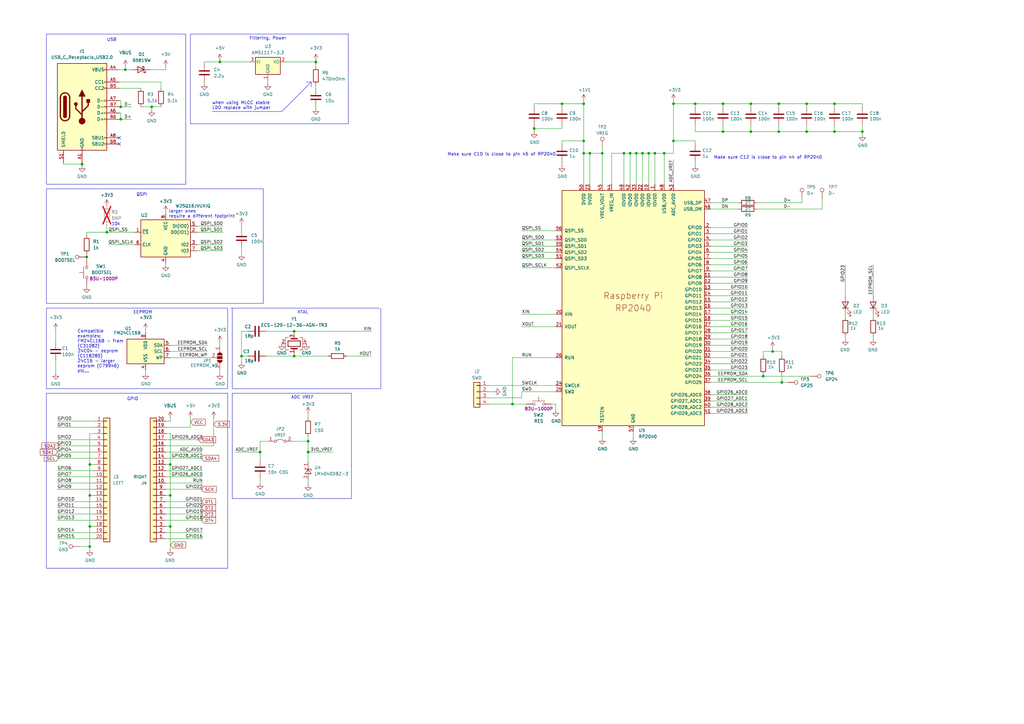
<source format=kicad_sch>
(kicad_sch (version 20231120) (generator "eeschema") (generator_version "8.0")
  (paper "A3")
  (junction (at 239.395 42.545))
  (junction (at 260.985 62.865))
  (junction (at 36.83 203.2))
  (junction (at 62.23 43.815))
  (junction (at -118.11 30.48))
  (junction (at 230.505 42.545))
  (junction (at 35.56 105.41))
  (junction (at 69.85 203.2))
  (junction (at 303.53 -104.775))
  (junction (at 299.085 -156.845))
  (junction (at -14.605 -135.255))
  (junction (at 248.285 -121.285))
  (junction (at -34.925 -125.095))
  (junction (at 106.68 185.42))
  (junction (at 49.53 43.815))
  (junction (at 421.005 -142.875))
  (junction (at 433.705 -112.395))
  (junction (at 43.815 95.25))
  (junction (at 319.405 53.975))
  (junction (at 137.795 -146.685))
  (junction (at 440.69 -102.235))
  (junction (at 342.265 53.975))
  (junction (at 279.4 -145.415))
  (junction (at 36.83 190.5))
  (junction (at 342.265 42.545))
  (junction (at 105.41 -132.715))
  (junction (at 0.635 -149.225))
  (junction (at 436.245 -160.655))
  (junction (at 241.935 62.865))
  (junction (at 90.17 25.4))
  (junction (at 283.845 -145.415))
  (junction (at -31.75 -135.255))
  (junction (at 385.445 -118.745))
  (junction (at -14.605 -146.685))
  (junction (at 307.975 42.545))
  (junction (at 33.655 67.31))
  (junction (at 405.765 -140.335))
  (junction (at 122.555 -132.715))
  (junction (at 69.85 190.5))
  (junction (at -66.04 36.83))
  (junction (at 99.06 146.05))
  (junction (at 299.085 -163.195))
  (junction (at 120.65 135.89))
  (junction (at 320.675 156.845))
  (junction (at -53.34 36.83))
  (junction (at 102.235 -122.555))
  (junction (at 263.525 62.865))
  (junction (at 15.875 -167.005))
  (junction (at 258.445 62.865))
  (junction (at -3.81 -149.225))
  (junction (at 126.365 180.975))
  (junction (at 153.035 -158.115))
  (junction (at 272.415 62.865))
  (junction (at 126.365 185.42))
  (junction (at 153.035 -164.465))
  (junction (at 319.405 42.545))
  (junction (at 150.495 -116.205))
  (junction (at 268.605 62.865))
  (junction (at 436.245 -157.8033))
  (junction (at 20.32 -108.585))
  (junction (at 239.395 57.785))
  (junction (at 296.545 53.975))
  (junction (at 313.055 154.305))
  (junction (at 36.83 215.9))
  (junction (at 36.83 224.155))
  (junction (at 255.905 62.865))
  (junction (at 157.48 -106.045))
  (junction (at 251.46 -131.445))
  (junction (at 353.695 53.975))
  (junction (at 268.605 -131.445))
  (junction (at 153.035 -161.6133))
  (junction (at 276.225 57.785))
  (junction (at 133.35 -146.685))
  (junction (at 276.225 42.545))
  (junction (at 416.56 -142.875))
  (junction (at 219.075 52.705))
  (junction (at 51.435 28.575))
  (junction (at 120.65 146.05))
  (junction (at 247.015 62.865))
  (junction (at 296.545 -114.935))
  (junction (at 122.555 -144.145))
  (junction (at 307.975 53.975))
  (junction (at 388.62 -128.905))
  (junction (at 15.875 -164.1533))
  (junction (at 266.065 62.865))
  (junction (at 248.285 -128.905))
  (junction (at 385.445 -126.365))
  (junction (at 299.085 -160.3433))
  (junction (at 285.115 42.545))
  (junction (at 296.545 42.545))
  (junction (at 330.835 42.545))
  (junction (at 129.54 25.4))
  (junction (at 69.85 215.9))
  (junction (at 49.53 48.895))
  (junction (at 436.245 -154.305))
  (junction (at 210.185 165.735))
  (junction (at 102.235 -130.175))
  (junction (at -34.925 -132.715))
  (junction (at 239.395 62.865))
  (junction (at 316.865 144.145))
  (junction (at 13.335 -118.745))
  (junction (at 405.765 -128.905))
  (junction (at 268.605 -142.875))
  (junction (at 330.835 53.975))
  (junction (at 15.875 -160.655))
  (no_connect (at 48.895 59.055))
  (no_connect (at 48.895 56.515))
  (wire (pts (xy 34.925 105.41) (xy 35.56 105.41)))
  (wire (pts (xy 126.365 -165.1) (xy 125.73 -165.1)))
  (wire (pts (xy 330.835 53.975) (xy 319.405 53.975)))
  (wire (pts (xy 109.22 135.89) (xy 120.65 135.89)))
  (wire (pts (xy 167.64 -146.6704) (xy 167.64 -146.685)))
  (wire (pts (xy 316.865 144.145) (xy 313.055 144.145)))
  (polyline (pts (xy 98.425 77.47) (xy 19.05 77.47)))
  (wire (pts (xy 241.935 75.565) (xy 241.935 62.865)))
  (wire (pts (xy 342.265 51.435) (xy 342.265 53.975)))
  (wire (pts (xy 358.14 130.175) (xy 358.14 128.905)))
  (polyline (pts (xy 19.05 161.29) (xy 19.05 233.045)))
  (wire (pts (xy 0.635 -146.685) (xy -9.525 -146.685)))
  (wire (pts (xy 281.305 -132.715) (xy 283.845 -132.715)))
  (polyline (pts (xy 19.05 233.045) (xy 93.345 233.045)))
  (wire (pts (xy 30.48 -149.225) (xy 0.635 -149.225)))
  (wire (pts (xy -53.34 39.37) (xy -53.34 36.83)))
  (wire (pts (xy 260.985 75.565) (xy 260.985 62.865)))
  (wire (pts (xy 67.945 218.44) (xy 83.185 218.44)))
  (wire (pts (xy 276.225 -135.255) (xy 276.225 -121.285)))
  (wire (pts (xy 33.655 67.31) (xy 33.655 66.675)))
  (wire (pts (xy 436.245 -157.8033) (xy 436.245 -154.305)))
  (wire (pts (xy 319.405 53.975) (xy 307.975 53.975)))
  (wire (pts (xy 296.545 43.815) (xy 296.545 42.545)))
  (wire (pts (xy 307.975 43.815) (xy 307.975 42.545)))
  (wire (pts (xy 268.605 62.865) (xy 272.415 62.865)))
  (wire (pts (xy -6.985 -139.065) (xy -6.985 -125.095)))
  (wire (pts (xy 401.955 -128.905) (xy 405.765 -128.905)))
  (wire (pts (xy 358.14 139.065) (xy 358.14 137.795)))
  (wire (pts (xy 227.965 94.615) (xy 213.995 94.615)))
  (wire (pts (xy 36.83 190.5) (xy 36.83 203.2)))
  (wire (pts (xy 210.185 146.685) (xy 210.185 165.735)))
  (polyline (pts (xy 156.21 159.385) (xy 156.21 126.365)))
  (wire (pts (xy 457.3801 -142.8604) (xy 457.3801 -102.235)))
  (wire (pts (xy 49.53 41.275) (xy 48.895 41.275)))
  (wire (pts (xy 342.265 53.975) (xy 353.695 53.975)))
  (wire (pts (xy 32.385 224.155) (xy 36.83 224.155)))
  (wire (pts (xy 38.735 198.12) (xy 23.495 198.12)))
  (wire (pts (xy 230.505 43.815) (xy 230.505 42.545)))
  (wire (pts (xy 30.48 -149.2104) (xy 30.48 -149.225)))
  (wire (pts (xy 38.735 175.26) (xy 23.495 175.26)))
  (wire (pts (xy 260.985 62.865) (xy 263.525 62.865)))
  (wire (pts (xy -39.37 36.83) (xy -53.34 36.83)))
  (wire (pts (xy 291.465 95.885) (xy 306.705 95.885)))
  (wire (pts (xy 35.56 95.25) (xy 43.815 95.25)))
  (wire (pts (xy 314.325 -104.775) (xy 320.2201 -104.775)))
  (wire (pts (xy 230.505 52.705) (xy 230.505 51.435)))
  (wire (pts (xy 283.845 -154.94) (xy 220.98 -154.94)))
  (polyline (pts (xy 142.875 50.8) (xy 142.875 13.97)))
  (wire (pts (xy 91.44 95.25) (xy 80.645 95.25)))
  (wire (pts (xy 227.965 160.655) (xy 213.995 160.655)))
  (wire (pts (xy 137.795 -156.21) (xy 137.795 -149.225)))
  (wire (pts (xy 67.945 200.66) (xy 83.185 200.66)))
  (wire (pts (xy 271.145 -142.875) (xy 268.605 -142.875)))
  (wire (pts (xy 291.465 98.425) (xy 306.705 98.425)))
  (wire (pts (xy 362.585 -140.335) (xy 405.765 -140.335)))
  (wire (pts (xy 33.655 67.945) (xy 33.655 67.31)))
  (wire (pts (xy 408.94 -163.83) (xy 416.56 -163.83)))
  (wire (pts (xy -12.065 -146.685) (xy -12.065 -149.225)))
  (wire (pts (xy 120.65 144.78) (xy 120.65 146.05)))
  (wire (pts (xy 342.265 42.545) (xy 353.695 42.545)))
  (wire (pts (xy 67.945 180.34) (xy 83.185 180.34)))
  (wire (pts (xy 67.945 185.42) (xy 83.185 185.42)))
  (wire (pts (xy 346.71 130.175) (xy 346.71 128.905)))
  (wire (pts (xy 38.735 213.36) (xy 23.495 213.36)))
  (wire (pts (xy 294.005 -156.845) (xy 299.085 -156.845)))
  (wire (pts (xy 294.005 -155.575) (xy 294.005 -156.845)))
  (wire (pts (xy 291.465 133.985) (xy 306.705 133.985)))
  (wire (pts (xy 67.945 205.74) (xy 83.185 205.74)))
  (wire (pts (xy 153.035 -161.6133) (xy 153.035 -158.115)))
  (wire (pts (xy 385.445 -126.365) (xy 418.465 -126.365)))
  (wire (pts (xy 133.35 -167.64) (xy 133.35 -146.685)))
  (polyline (pts (xy 95.25 204.47) (xy 144.145 204.47)))
  (wire (pts (xy 90.17 140.335) (xy 90.17 141.605)))
  (wire (pts (xy 38.735 200.66) (xy 23.495 200.66)))
  (wire (pts (xy 346.71 121.285) (xy 346.71 108.585)))
  (wire (pts (xy 153.035 -164.465) (xy 158.115 -164.465)))
  (wire (pts (xy 59.69 135.255) (xy 59.69 136.525)))
  (wire (pts (xy 268.605 -131.445) (xy 273.685 -131.445)))
  (wire (pts (xy 30.48 -149.2104) (xy 37.0101 -149.2104)))
  (wire (pts (xy 273.685 -142.875) (xy 273.685 -131.445)))
  (wire (pts (xy 225.5224 -135.8622) (xy 251.46 -135.8622)))
  (wire (pts (xy 346.71 139.065) (xy 346.71 137.795)))
  (polyline (pts (xy 19.05 75.565) (xy 76.2 75.565)))
  (wire (pts (xy 230.505 42.545) (xy 239.395 42.545)))
  (wire (pts (xy 251.46 -131.445) (xy 251.46 -114.935)))
  (wire (pts (xy 96.52 185.42) (xy 106.68 185.42)))
  (wire (pts (xy 90.17 24.765) (xy 90.17 25.4)))
  (wire (pts (xy 279.4 -145.415) (xy 283.845 -145.415)))
  (wire (pts (xy 213.995 98.425) (xy 227.965 98.425)))
  (wire (pts (xy 105.41 -132.715) (xy 105.41 -116.205)))
  (wire (pts (xy 67.945 175.26) (xy 78.105 175.26)))
  (wire (pts (xy -3.81 -170.18) (xy -3.81 -149.225)))
  (wire (pts (xy 291.465 169.545) (xy 306.705 169.545)))
  (wire (pts (xy 440.69 -112.395) (xy 433.705 -112.395)))
  (wire (pts (xy 291.465 156.845) (xy 320.675 156.845)))
  (wire (pts (xy 213.995 163.195) (xy 213.995 160.655)))
  (wire (pts (xy 319.405 51.435) (xy 319.405 53.975)))
  (wire (pts (xy 296.545 42.545) (xy 307.975 42.545)))
  (wire (pts (xy 440.69 -102.235) (xy 443.865 -102.235)))
  (wire (pts (xy 225.425 -128.905) (xy 248.285 -128.905)))
  (wire (pts (xy 291.465 93.345) (xy 306.705 93.345)))
  (wire (pts (xy 67.945 28.575) (xy 61.595 28.575)))
  (wire (pts (xy 353.695 42.545) (xy 353.695 43.815)))
  (wire (pts (xy 268.605 -133.985) (xy 268.605 -131.445)))
  (wire (pts (xy 320.2201 -145.4004) (xy 320.2201 -104.775)))
  (wire (pts (xy 316.865 144.145) (xy 320.675 144.145)))
  (polyline (pts (xy 19.05 159.385) (xy 93.345 159.385)))
  (polyline (pts (xy 78.105 13.97) (xy 78.105 50.8)))
  (wire (pts (xy 6.985 -108.585) (xy 0.635 -108.585)))
  (wire (pts (xy 272.415 -163.83) (xy 271.78 -163.83)))
  (wire (pts (xy 20.32 -118.745) (xy 13.335 -118.745)))
  (wire (pts (xy 416.56 -142.875) (xy 421.005 -142.875)))
  (wire (pts (xy 99.06 104.14) (xy 99.06 101.6)))
  (wire (pts (xy 147.955 -158.115) (xy 153.035 -158.115)))
  (wire (pts (xy 421.005 -152.4) (xy 358.14 -152.4)))
  (wire (pts (xy 200.66 165.735) (xy 210.185 165.735)))
  (wire (pts (xy 251.46 -135.8622) (xy 251.46 -131.445)))
  (wire (pts (xy 14.605 -108.585) (xy 20.32 -108.585)))
  (wire (pts (xy -1.905 -136.525) (xy 0.635 -136.525)))
  (wire (pts (xy 157.48 -116.205) (xy 150.495 -116.205)))
  (wire (pts (xy 83.82 33.655) (xy 83.82 34.29)))
  (wire (pts (xy 79.375 -130.175) (xy 102.235 -130.175)))
  (wire (pts (xy 405.765 -139.065) (xy 405.765 -140.335)))
  (wire (pts (xy 421.005 -132.715) (xy 413.385 -132.715)))
  (wire (pts (xy 431.165 -154.305) (xy 436.245 -154.305)))
  (wire (pts (xy 408.305 -140.335) (xy 408.305 -142.875)))
  (wire (pts (xy 91.44 102.87) (xy 80.645 102.87)))
  (wire (pts (xy 91.44 92.71) (xy 80.645 92.71)))
  (wire (pts (xy 299.085 -163.195) (xy 299.085 -160.3433)))
  (polyline (pts (xy 86.995 45.72) (xy 115.57 45.72)))
  (wire (pts (xy 296.545 53.975) (xy 285.115 53.975)))
  (wire (pts (xy 67.945 203.2) (xy 69.85 203.2)))
  (wire (pts (xy 83.82 25.4) (xy 90.17 25.4)))
  (wire (pts (xy 219.075 52.705) (xy 219.075 53.975)))
  (wire (pts (xy 272.415 62.865) (xy 276.225 62.865)))
  (wire (pts (xy 431.165 -153.035) (xy 431.165 -154.305)))
  (polyline (pts (xy 115.57 45.72) (xy 127.635 33.655)))
  (wire (pts (xy 35.56 95.25) (xy 35.56 96.52)))
  (wire (pts (xy 247.015 75.565) (xy 247.015 62.865)))
  (wire (pts (xy 120.015 180.975) (xy 126.365 180.975)))
  (wire (pts (xy 153.035 -158.115) (xy 153.035 -156.845)))
  (wire (pts (xy 118.745 -132.715) (xy 122.555 -132.715)))
  (wire (pts (xy 122.555 -142.875) (xy 122.555 -144.145)))
  (wire (pts (xy 264.795 -131.445) (xy 268.605 -131.445)))
  (wire (pts (xy 413.385 -132.715) (xy 413.385 -118.745)))
  (wire (pts (xy 67.945 210.82) (xy 83.185 210.82)))
  (wire (pts (xy 320.675 144.145) (xy 320.675 146.05)))
  (wire (pts (xy 48.895 36.195) (xy 57.785 36.195)))
  (polyline (pts (xy 155.575 126.365) (xy 94.615 126.365)))
  (wire (pts (xy -31.75 -118.745) (xy 13.335 -118.745)))
  (polyline (pts (xy 19.05 77.47) (xy 19.05 124.46)))
  (wire (pts (xy 79.375 -122.555) (xy 89.535 -122.555)))
  (wire (pts (xy 281.305 -128.905) (xy 281.305 -132.715)))
  (wire (pts (xy 120.65 135.89) (xy 120.65 137.16)))
  (wire (pts (xy 247.015 177.165) (xy 247.015 179.705)))
  (wire (pts (xy 285.115 42.545) (xy 296.545 42.545)))
  (wire (pts (xy 79.375 -144.145) (xy 122.555 -144.145)))
  (wire (pts (xy 67.945 208.28) (xy 83.185 208.28)))
  (wire (pts (xy 122.555 -132.715) (xy 127.635 -132.715)))
  (wire (pts (xy -66.04 30.48) (xy -71.12 30.48)))
  (wire (pts (xy 380.365 -118.745) (xy 385.445 -118.745)))
  (wire (pts (xy 220.98 -166.37) (xy 220.98 -154.94)))
  (wire (pts (xy 67.945 195.58) (xy 83.185 195.58)))
  (wire (pts (xy 291.465 123.825) (xy 306.705 123.825)))
  (wire (pts (xy 276.225 65.405) (xy 276.225 75.565)))
  (wire (pts (xy 126.365 185.42) (xy 126.365 189.23)))
  (wire (pts (xy 200.66 163.195) (xy 213.995 163.195)))
  (wire (pts (xy 127.635 -144.145) (xy 127.635 -132.715)))
  (wire (pts (xy 226.06 165.735) (xy 227.965 165.735)))
  (wire (pts (xy 285.115 43.815) (xy 285.115 42.545)))
  (wire (pts (xy 99.06 146.05) (xy 99.06 148.59)))
  (wire (pts (xy 276.225 41.275) (xy 276.225 42.545)))
  (polyline (pts (xy 93.345 126.365) (xy 19.05 126.365)))
  (wire (pts (xy 353.695 53.975) (xy 353.695 55.245)))
  (wire (pts (xy 67.945 213.36) (xy 83.185 213.36)))
  (wire (pts (xy 213.995 128.905) (xy 227.965 128.905)))
  (wire (pts (xy 291.465 85.725) (xy 302.895 85.725)))
  (wire (pts (xy 83.82 25.4) (xy 83.82 26.035)))
  (wire (pts (xy 421.005 -140.335) (xy 410.845 -140.335)))
  (polyline (pts (xy 98.425 77.47) (xy 107.95 77.47)))
  (wire (pts (xy 126.365 169.545) (xy 126.365 171.45)))
  (wire (pts (xy -34.925 -125.095) (xy -6.985 -125.095)))
  (wire (pts (xy 69.85 177.8) (xy 69.85 190.5)))
  (wire (pts (xy 291.465 136.525) (xy 306.705 136.525)))
  (wire (pts (xy 230.505 66.675) (xy 230.505 67.945)))
  (wire (pts (xy 251.46 -131.445) (xy 257.175 -131.445)))
  (wire (pts (xy 258.445 62.865) (xy 260.985 62.865)))
  (wire (pts (xy 49.53 41.275) (xy 49.53 43.815)))
  (polyline (pts (xy 78.105 50.8) (xy 142.875 50.8)))
  (wire (pts (xy 126.365 198.755) (xy 126.365 196.85)))
  (wire (pts (xy 126.365 185.42) (xy 136.525 185.42)))
  (wire (pts (xy 250.825 62.865) (xy 255.905 62.865)))
  (wire (pts (xy 290.195 -104.775) (xy 283.845 -104.775)))
  (wire (pts (xy 137.795 -144.145) (xy 127.635 -144.145)))
  (wire (pts (xy 299.085 -163.195) (xy 304.165 -163.195)))
  (wire (pts (xy 291.465 108.585) (xy 306.705 108.585)))
  (wire (pts (xy 0.635 -158.75) (xy 0.635 -151.765)))
  (wire (pts (xy 67.945 187.96) (xy 83.185 187.96)))
  (wire (pts (xy 385.445 -118.745) (xy 413.385 -118.745)))
  (wire (pts (xy 342.265 43.815) (xy 342.265 42.545)))
  (wire (pts (xy 122.555 -135.255) (xy 122.555 -132.715)))
  (wire (pts (xy -12.065 -146.685) (xy -14.605 -146.685)))
  (wire (pts (xy 106.68 185.42) (xy 106.68 188.595)))
  (wire (pts (xy 69.85 144.145) (xy 85.09 144.145)))
  (wire (pts (xy 362.6824 -133.3222) (xy 388.62 -133.3222)))
  (wire (pts (xy 126.365 -165.1) (xy 126.365 -161.6133)))
  (wire (pts (xy 38.735 220.98) (xy 23.495 220.98)))
  (wire (pts (xy 307.975 51.435) (xy 307.975 53.975)))
  (polyline (pts (xy 19.05 126.365) (xy 19.05 159.385)))
  (wire (pts (xy 219.075 52.705) (xy 230.505 52.705)))
  (wire (pts (xy 125.095 -146.685) (xy 133.35 -146.685)))
  (wire (pts (xy 313.69 -145.4004) (xy 320.2201 -145.4004)))
  (wire (pts (xy 67.945 215.9) (xy 69.85 215.9)))
  (wire (pts (xy 388.62 -128.905) (xy 388.62 -112.395)))
  (wire (pts (xy 99.06 135.89) (xy 99.06 146.05)))
  (wire (pts (xy -53.34 36.83) (xy -53.34 12.7)))
  (wire (pts (xy 276.225 57.785) (xy 276.225 62.865)))
  (polyline (pts (xy 144.145 161.29) (xy 95.25 161.29)))
  (wire (pts (xy 38.735 190.5) (xy 36.83 190.5)))
  (polyline (pts (xy 19.05 13.97) (xy 19.05 75.565)))
  (wire (pts (xy 69.85 203.2) (xy 69.85 215.9)))
  (wire (pts (xy 291.465 111.125) (xy 306.705 111.125)))
  (wire (pts (xy 78.105 175.26) (xy 78.105 171.45)))
  (wire (pts (xy 285.115 66.675) (xy 285.115 67.945)))
  (wire (pts (xy 105.41 -137.1322) (xy 105.41 -132.715)))
  (wire (pts (xy 38.735 205.74) (xy 23.495 205.74)))
  (wire (pts (xy 167.64 -146.6704) (xy 174.1701 -146.6704)))
  (wire (pts (xy 436.245 -154.305) (xy 436.245 -153.035)))
  (wire (pts (xy 129.54 34.925) (xy 129.54 36.195)))
  (wire (pts (xy 247.015 62.865) (xy 241.935 62.865)))
  (wire (pts (xy 291.465 103.505) (xy 306.705 103.505)))
  (wire (pts (xy 283.845 -154.94) (xy 283.845 -147.955)))
  (wire (pts (xy 105.41 -116.205) (xy 150.495 -116.205)))
  (wire (pts (xy 283.845 -142.875) (xy 273.685 -142.875)))
  (wire (pts (xy 49.53 43.815) (xy 48.895 43.815)))
  (wire (pts (xy 227.965 109.855) (xy 213.995 109.855)))
  (wire (pts (xy 266.065 75.565) (xy 266.065 62.865)))
  (wire (pts (xy 69.85 215.9) (xy 69.85 225.425)))
  (wire (pts (xy 388.62 -133.3222) (xy 388.62 -128.905)))
  (wire (pts (xy 263.525 62.865) (xy 266.065 62.865)))
  (wire (pts (xy -11.43 -170.18) (xy -3.81 -170.18)))
  (wire (pts (xy 157.48 -106.045) (xy 160.655 -106.045)))
  (wire (pts (xy 38.735 193.04) (xy 23.495 193.04)))
  (wire (pts (xy 15.875 -167.005) (xy 15.875 -164.1533)))
  (wire (pts (xy 49.53 46.355) (xy 49.53 48.895)))
  (wire (pts (xy 210.185 165.735) (xy 215.9 165.735)))
  (wire (pts (xy 291.465 149.225) (xy 306.705 149.225)))
  (wire (pts (xy 15.875 -164.1533) (xy 15.875 -160.655)))
  (wire (pts (xy 15.875 -175.895) (xy 15.875 -167.005)))
  (wire (pts (xy 168.275 -106.045) (xy 174.1701 -106.045)))
  (wire (pts (xy 388.62 -112.395) (xy 433.705 -112.395)))
  (wire (pts (xy 69.85 172.72) (xy 69.85 171.45)))
  (wire (pts (xy 43.815 95.25) (xy 55.245 95.25)))
  (wire (pts (xy 99.06 92.075) (xy 99.06 93.98)))
  (wire (pts (xy 142.24 146.05) (xy 152.4 146.05)))
  (wire (pts (xy -40.005 -125.095) (xy -34.925 -125.095)))
  (wire (pts (xy 299.085 -156.845) (xy 299.085 -155.575)))
  (wire (pts (xy 268.605 -141.605) (xy 268.605 -142.875)))
  (wire (pts (xy 0.635 -158.75) (xy -62.23 -158.75)))
  (wire (pts (xy 126.365 180.975) (xy 126.365 185.42)))
  (wire (pts (xy 291.465 100.965) (xy 306.705 100.965)))
  (wire (pts (xy 283.845 -135.255) (xy 276.225 -135.255)))
  (wire (pts (xy 408.305 -142.875) (xy 416.56 -142.875)))
  (wire (pts (xy 291.465 164.465) (xy 306.705 164.465)))
  (wire (pts (xy 283.845 -120.015) (xy 283.845 -104.775)))
  (wire (pts (xy -66.04 44.45) (xy -66.04 36.83)))
  (wire (pts (xy 38.735 218.44) (xy 23.495 218.44)))
  (wire (pts (xy 259.715 177.165) (xy 259.715 179.705)))
  (wire (pts (xy 0.635 -139.065) (xy -6.985 -139.065)))
  (wire (pts (xy 38.735 203.2) (xy 36.83 203.2)))
  (wire (pts (xy 91.44 100.33) (xy 80.645 100.33)))
  (wire (pts (xy 313.69 -145.4004) (xy 313.69 -145.415)))
  (wire (pts (xy 22.86 135.255) (xy 22.86 140.335)))
  (wire (pts (xy 276.225 42.545) (xy 276.225 57.785)))
  (wire (pts (xy 129.54 43.815) (xy 129.54 44.45)))
  (wire (pts (xy 35.56 106.68) (xy 35.56 105.41)))
  (wire (pts (xy 271.145 -145.415) (xy 279.4 -145.415)))
  (wire (pts (xy 291.465 167.005) (xy 306.705 167.005)))
  (wire (pts (xy 291.465 144.145) (xy 306.705 144.145)))
  (wire (pts (xy 0.635 -123.825) (xy 0.635 -108.585)))
  (wire (pts (xy 313.055 154.305) (xy 313.055 153.67)))
  (wire (pts (xy 291.465 116.205) (xy 306.705 116.205)))
  (wire (pts (xy 105.41 -132.715) (xy 111.125 -132.715)))
  (wire (pts (xy 137.795 -121.285) (xy 137.795 -106.045)))
  (wire (pts (xy 291.465 146.685) (xy 306.705 146.685)))
  (wire (pts (xy 409.575 -161.29) (xy 408.94 -161.29)))
  (wire (pts (xy -57.785 -125.095) (xy -47.625 -125.095)))
  (wire (pts (xy 421.005 -117.475) (xy 421.005 -102.235)))
  (wire (pts (xy 133.35 -146.685) (xy 137.795 -146.685)))
  (wire (pts (xy 434.975 -102.235) (xy 440.69 -102.235)))
  (wire (pts (xy 251.46 -114.935) (xy 296.545 -114.935)))
  (wire (pts (xy 51.435 28.575) (xy 53.975 28.575)))
  (wire (pts (xy 202.565 160.655) (xy 200.66 160.655)))
  (wire (pts (xy 129.54 24.765) (xy 129.54 25.4)))
  (wire (pts (xy 319.405 43.815) (xy 319.405 42.545)))
  (wire (pts (xy 291.465 121.285) (xy 306.705 121.285)))
  (polyline (pts (xy 144.145 204.47) (xy 144.145 161.29)))
  (wire (pts (xy -31.75 -135.255) (xy -31.75 -118.745)))
  (wire (pts (xy 213.995 106.045) (xy 227.965 106.045)))
  (wire (pts (xy 69.85 190.5) (xy 69.85 203.2)))
  (wire (pts (xy 313.055 154.305) (xy 332.74 154.305)))
  (wire (pts (xy 291.465 141.605) (xy 306.705 141.605)))
  (wire (pts (xy 303.53 -114.935) (xy 296.545 -114.935)))
  (wire (pts (xy -39.37 39.37) (xy -53.34 39.37)))
  (wire (pts (xy 90.17 153.035) (xy 90.17 151.765)))
  (polyline (pts (xy 93.345 233.045) (xy 93.345 161.29)))
  (wire (pts (xy 358.14 -163.83) (xy 358.14 -152.4)))
  (wire (pts (xy 330.835 42.545) (xy 342.265 42.545)))
  (wire (pts (xy 67.945 182.88) (xy 87.63 182.88)))
  (wire (pts (xy 102.235 -122.555) (xy 130.175 -122.555)))
  (wire (pts (xy 126.365 -161.6133) (xy 153.035 -161.6133)))
  (wire (pts (xy 436.245 -169.545) (xy 436.245 -160.655)))
  (wire (pts (xy -10.795 -167.64) (xy -11.43 -167.64)))
  (wire (pts (xy 416.56 -163.83) (xy 416.56 -142.875)))
  (wire (pts (xy 319.405 42.545) (xy 330.835 42.545)))
  (wire (pts (xy 37.0101 -149.2104) (xy 37.0101 -108.585)))
  (wire (pts (xy 125.73 -167.64) (xy 133.35 -167.64)))
  (wire (pts (xy 69.85 141.605) (xy 85.09 141.605)))
  (wire (pts (xy 225.425 -121.285) (xy 235.585 -121.285)))
  (wire (pts (xy 59.69 153.035) (xy 59.69 151.765)))
  (wire (pts (xy 153.035 -173.355) (xy 182.245 -173.355)))
  (wire (pts (xy -18.415 -135.255) (xy -14.605 -135.255)))
  (wire (pts (xy 43.815 92.075) (xy 43.815 95.25)))
  (wire (pts (xy 271.78 -166.37) (xy 279.4 -166.37)))
  (wire (pts (xy -14.605 -137.795) (xy -14.605 -135.255)))
  (wire (pts (xy 151.765 -106.045) (xy 157.48 -106.045)))
  (wire (pts (xy 328.93 81.28) (xy 328.93 83.185)))
  (wire (pts (xy 296.545 51.435) (xy 296.545 53.975)))
  (wire (pts (xy -1.905 -132.715) (xy -1.905 -136.525)))
  (wire (pts (xy 69.85 146.685) (xy 86.36 146.685)))
  (polyline (pts (xy 142.875 13.97) (xy 78.105 13.97)))
  (wire (pts (xy 48.895 33.655) (xy 66.04 33.655)))
  (wire (pts (xy 263.525 75.565) (xy 263.525 62.865)))
  (polyline (pts (xy 93.345 159.385) (xy 93.345 126.365)))
  (wire (pts (xy 62.23 43.815) (xy 66.04 43.815)))
  (wire (pts (xy 250.825 75.565) (xy 250.825 62.865)))
  (wire (pts (xy 117.475 25.4) (xy 129.54 25.4)))
  (wire (pts (xy -3.81 -149.225) (xy 0.635 -149.225)))
  (wire (pts (xy -10.795 -167.64) (xy -10.795 -164.1533)))
  (wire (pts (xy 409.575 -161.29) (xy 409.575 -157.8033)))
  (wire (pts (xy 10.795 -159.385) (xy 10.795 -160.655)))
  (wire (pts (xy 135.255 -130.175) (xy 135.255 -133.985)))
  (wire (pts (xy 67.945 108.585) (xy 67.945 107.95)))
  (wire (pts (xy -57.6876 -139.6722) (xy -31.75 -139.6722)))
  (wire (pts (xy 291.465 151.765) (xy 306.705 151.765)))
  (wire (pts (xy -118.11 30.48) (xy -116.84 30.48)))
  (wire (pts (xy 126.365 179.07) (xy 126.365 180.975)))
  (wire (pts (xy 67.945 198.12) (xy 83.185 198.12)))
  (wire (pts (xy 66.04 36.195) (xy 66.04 33.655)))
  (wire (pts (xy -12.065 -149.225) (xy -3.81 -149.225)))
  (wire (pts (xy 230.505 57.785) (xy 239.395 57.785)))
  (wire (pts (xy 450.85 -142.8604) (xy 450.85 -142.875)))
  (wire (pts (xy 213.995 103.505) (xy 227.965 103.505)))
  (wire (pts (xy 358.14 121.285) (xy 358.14 108.585)))
  (wire (pts (xy 247.015 60.325) (xy 247.015 62.865)))
  (wire (pts (xy 409.575 -157.8033) (xy 436.245 -157.8033)))
  (wire (pts (xy 316.865 142.875) (xy 316.865 144.145)))
  (wire (pts (xy 330.835 51.435) (xy 330.835 53.975)))
  (wire (pts (xy 408.305 -140.335) (xy 405.765 -140.335)))
  (wire (pts (xy 285.115 59.055) (xy 285.115 57.785)))
  (polyline (pts (xy 19.05 124.46) (xy 107.95 124.46)))
  (wire (pts (xy 97.155 -122.555) (xy 102.235 -122.555)))
  (wire (pts (xy 67.945 86.995) (xy 67.945 87.63)))
  (wire (pts (xy 362.585 -126.365) (xy 385.445 -126.365)))
  (polyline (pts (xy 125.73 33.655) (xy 127.635 33.655)))
  (wire (pts (xy 297.815 -104.775) (xy 303.53 -104.775)))
  (wire (pts (xy 74.93 -167.64) (xy 74.93 -156.21)))
  (wire (pts (xy 272.415 75.565) (xy 272.415 62.865)))
  (polyline (pts (xy 93.345 161.29) (xy 19.05 161.29)))
  (wire (pts (xy 35.56 117.475) (xy 35.56 116.84)))
  (wire (pts (xy 15.875 -167.005) (xy 20.955 -167.005)))
  (wire (pts (xy 313.055 144.145) (xy 313.055 146.05)))
  (wire (pts (xy 450.85 -142.8604) (xy 457.3801 -142.8604)))
  (wire (pts (xy 243.205 -121.285) (xy 248.285 -121.285)))
  (wire (pts (xy 291.465 131.445) (xy 306.705 131.445)))
  (wire (pts (xy 362.585 -118.745) (xy 372.745 -118.745)))
  (wire (pts (xy 227.965 133.985) (xy 213.995 133.985)))
  (wire (pts (xy 353.695 51.435) (xy 353.695 53.975)))
  (wire (pts (xy 210.185 146.685) (xy 227.965 146.685)))
  (wire (pts (xy 276.225 57.785) (xy 285.115 57.785)))
  (wire (pts (xy 225.425 -142.875) (xy 268.605 -142.875)))
  (wire (pts (xy 67.945 172.72) (xy 69.85 172.72)))
  (wire (pts (xy 219.075 43.815) (xy 219.075 42.545)))
  (wire (pts (xy 200.66 158.115) (xy 227.965 158.115)))
  (wire (pts (xy 49.53 48.895) (xy 53.975 48.895)))
  (wire (pts (xy 436.245 -169.545) (xy 465.455 -169.545)))
  (wire (pts (xy 421.005 -152.4) (xy 421.005 -145.415)))
  (wire (pts (xy 49.53 46.355) (xy 48.895 46.355)))
  (wire (pts (xy 157.48 -106.045) (xy 157.48 -116.205)))
  (wire (pts (xy 36.83 203.2) (xy 36.83 215.9)))
  (wire (pts (xy 405.765 -131.445) (xy 405.765 -128.905)))
  (wire (pts (xy 342.265 53.975) (xy 330.835 53.975)))
  (wire (pts (xy 15.875 -160.655) (xy 15.875 -159.385)))
  (wire (pts (xy 299.085 -160.3433) (xy 299.085 -156.845)))
  (wire (pts (xy 38.735 177.8) (xy 36.83 177.8)))
  (wire (pts (xy 48.895 28.575) (xy 51.435 28.575)))
  (wire (pts (xy -34.925 -132.715) (xy -1.905 -132.715)))
  (wire (pts (xy 241.935 62.865) (xy 239.395 62.865)))
  (wire (pts (xy 36.83 224.155) (xy 36.83 225.425)))
  (wire (pts (xy 106.68 180.975) (xy 106.68 185.42)))
  (wire (pts (xy 51.435 27.305) (xy 51.435 28.575)))
  (wire (pts (xy 35.56 105.41) (xy 35.56 104.14)))
  (wire (pts (xy 106.68 198.12) (xy 106.68 196.215)))
  (polyline (pts (xy 107.95 124.46) (xy 107.95 77.47)))
  (wire (pts (xy 230.505 59.055) (xy 230.505 57.785)))
  (wire (pts (xy 418.465 -126.365) (xy 418.465 -130.175)))
  (wire (pts (xy 255.905 75.565) (xy 255.905 62.865)))
  (wire (pts (xy 130.175 -136.525) (xy 130.175 -122.555)))
  (wire (pts (xy 67.945 177.8) (xy 69.85 177.8)))
  (wire (pts (xy 120.65 146.05) (xy 134.62 146.05)))
  (wire (pts (xy 49.53 48.895) (xy 48.895 48.895)))
  (wire (pts (xy -118.11 43.18) (xy -118.11 30.48)))
  (wire (pts (xy 213.995 100.965) (xy 227.965 100.965)))
  (wire (pts (xy 31.115 -108.585) (xy 37.0101 -108.585)))
  (wire (pts (xy 20.32 -108.585) (xy 20.32 -118.745)))
  (wire (pts (xy 436.245 -160.655) (xy 436.245 -157.8033)))
  (wire (pts (xy 248.285 -128.905) (xy 281.305 -128.905)))
  (wire (pts (xy 268.605 62.865) (xy 268.605 75.565)))
  (wire (pts (xy 291.465 139.065) (xy 306.705 139.065)))
  (wire (pts (xy 337.185 81.28) (xy 337.185 85.725)))
  (wire (pts (xy 26.035 66.675) (xy 26.035 67.31)))
  (wire (pts (xy 109.855 33.02) (xy 109.855 34.29)))
  (wire (pts (xy 258.445 75.565) (xy 258.445 62.865)))
  (wire (pts (xy -9.525 -146.685) (xy -9.525 -135.255)))
  (wire (pts (xy 38.735 182.88) (xy 23.495 182.88)))
  (wire (pts (xy 79.4724 -137.1322) (xy 105.41 -137.1322)))
  (wire (pts (xy 67.945 190.5) (xy 69.85 190.5)))
  (wire (pts (xy 38.735 185.42) (xy 23.495 185.42)))
  (wire (pts (xy 38.735 215.9) (xy 36.83 215.9)))
  (wire (pts (xy 153.035 -173.355) (xy 153.035 -164.465)))
  (wire (pts (xy -53.34 12.7) (xy -118.11 12.7)))
  (wire (pts (xy 67.945 220.98) (xy 83.185 220.98)))
  (wire (pts (xy 38.735 210.82) (xy 23.495 210.82)))
  (wire (pts (xy 22.86 153.035) (xy 22.86 147.955)))
  (wire (pts (xy 291.465 126.365) (xy 306.705 126.365)))
  (wire (pts (xy 330.835 43.815) (xy 330.835 42.545)))
  (wire (pts (xy 101.6 135.89) (xy 99.06 135.89)))
  (wire (pts (xy -66.04 36.83) (xy -66.04 30.48)))
  (wire (pts (xy -57.785 -146.685) (xy -14.605 -146.685)))
  (polyline (pts (xy 127.635 33.655) (xy 127.635 35.56)))
  (wire (pts (xy 38.735 208.28) (xy 23.495 208.28)))
  (wire (pts (xy 450.85 -142.875) (xy 421.005 -142.875)))
  (wire (pts (xy 38.735 180.34) (xy 23.495 180.34)))
  (wire (pts (xy 137.795 -136.525) (xy 130.175 -136.525)))
  (wire (pts (xy 272.415 -163.83) (xy 272.415 -160.3433)))
  (wire (pts (xy 255.905 62.865) (xy 258.445 62.865)))
  (wire (pts (xy 291.465 113.665) (xy 306.705 113.665)))
  (wire (pts (xy -14.605 -135.255) (xy -9.525 -135.255)))
  (wire (pts (xy 239.395 57.785) (xy 239.395 62.865)))
  (wire (pts (xy 313.69 -145.415) (xy 283.845 -145.415)))
  (wire (pts (xy 129.54 25.4) (xy 129.54 27.305)))
  (wire (pts (xy 272.415 -160.3433) (xy 299.085 -160.3433)))
  (wire (pts (xy 87.63 182.88) (xy 87.63 171.45)))
  (wire (pts (xy 303.53 -104.775) (xy 303.53 -114.935)))
  (wire (pts (xy 307.975 53.975) (xy 296.545 53.975)))
  (wire (pts (xy 147.955 -156.845) (xy 147.955 -158.115)))
  (wire (pts (xy 67.945 193.04) (xy 83.185 193.04)))
  (wire (pts (xy -62.23 -170.18) (xy -62.23 -158.75)))
  (wire (pts (xy 303.53 -104.775) (xy 306.705 -104.775)))
  (wire (pts (xy 291.465 154.305) (xy 313.055 154.305)))
  (wire (pts (xy 38.735 195.58) (xy 23.495 195.58)))
  (wire (pts (xy 167.64 -146.685) (xy 137.795 -146.685)))
  (wire (pts (xy 248.285 -121.285) (xy 276.225 -121.285)))
  (wire (pts (xy 49.53 43.815) (xy 53.975 43.815)))
  (wire (pts (xy 405.765 -128.905) (xy 410.845 -128.905)))
  (wire (pts (xy 219.075 42.545) (xy 230.505 42.545)))
  (wire (pts (xy 427.355 -102.235) (xy 421.005 -102.235)))
  (wire (pts (xy -57.785 -132.715) (xy -34.925 -132.715)))
  (wire (pts (xy 291.465 106.045) (xy 306.705 106.045)))
  (wire (pts (xy 109.22 146.05) (xy 120.65 146.05)))
  (wire (pts (xy 388.62 -128.905) (xy 394.335 -128.905)))
  (wire (pts (xy 219.075 51.435) (xy 219.075 52.705)))
  (wire (pts (xy 38.735 172.72) (xy 23.495 172.72)))
  (wire (pts (xy 279.4 -166.37) (xy 279.4 -145.415)))
  (wire (pts (xy 125.095 -144.145) (xy 125.095 -146.685)))
  (wire (pts (xy 285.115 51.435) (xy 285.115 53.975)))
  (wire (pts (xy 291.465 161.925) (xy 306.705 161.925)))
  (wire (pts (xy 410.845 -140.335) (xy 410.845 -128.905)))
  (wire (pts (xy 10.795 -160.655) (xy 15.875 -160.655)))
  (wire (pts (xy 174.1701 -146.6704) (xy 174.1701 -106.045)))
  (wire (pts (xy 291.465 118.745) (xy 306.705 118.745)))
  (wire (pts (xy 44.45 100.33) (xy 55.245 100.33)))
  (wire (pts (xy 36.83 215.9) (xy 36.83 224.155)))
  (wire (pts (xy -10.795 -164.1533) (xy 15.875 -164.1533)))
  (wire (pts (xy 120.65 135.89) (xy 152.4 135.89)))
  (wire (pts (xy 153.035 -164.465) (xy 153.035 -161.6133)))
  (wire (pts (xy 26.035 67.31) (xy 33.655 67.31)))
  (wire (pts (xy 15.875 -175.895) (xy 45.085 -175.895)))
  (wire (pts (xy 436.245 -160.655) (xy 441.325 -160.655)))
  (wire (pts (xy 144.145 -106.045) (xy 137.795 -106.045)))
  (wire (pts (xy 299.085 -172.085) (xy 299.085 -163.195)))
  (wire (pts (xy 90.17 25.4) (xy 102.235 25.4)))
  (wire (pts (xy 451.485 -102.235) (xy 457.3801 -102.235)))
  (wire (pts (xy 20.32 -108.585) (xy 23.495 -108.585)))
  (wire (pts (xy -31.75 -135.255) (xy -26.035 -135.255)))
  (wire (pts (xy 137.795 -156.21) (xy 74.93 -156.21)))
  (wire (pts (xy -31.75 -139.6722) (xy -31.75 -135.255)))
  (wire (pts (xy 101.6 146.05) (xy 99.06 146.05)))
  (wire (pts (xy -118.11 12.7) (xy -118.11 30.48)))
  (wire (pts (xy 440.69 -102.235) (xy 440.69 -112.395)))
  (wire (pts (xy 135.255 -133.985) (xy 137.795 -133.985)))
  (wire (pts (xy 299.085 -172.085) (xy 328.295 -172.085)))
  (wire (pts (xy 125.095 -144.145) (xy 122.555 -144.145)))
  (wire (pts (xy 62.23 45.085) (xy 62.23 43.815)))
  (polyline (pts (xy 95.25 126.365) (xy 95.25 159.385)))
  (wire (pts (xy 239.395 41.275) (xy 239.395 42.545)))
  (wire (pts (xy 276.225 42.545) (xy 285.115 42.545)))
  (polyline (pts (xy 95.25 159.385) (xy 156.21 159.385)))
  (wire (pts (xy 38.735 187.96) (xy 23.495 187.96)))
  (wire (pts (xy 239.395 42.545) (xy 239.395 57.785)))
  (polyline (pts (xy 76.2 75.565) (xy 76.2 13.97)))
  (wire (pts (xy 310.515 85.725) (xy 337.185 85.725)))
  (wire (pts (xy 36.83 177.8) (xy 36.83 190.5)))
  (wire (pts (xy 291.465 128.905) (xy 306.705 128.905)))
  (wire (pts (xy 106.68 180.975) (xy 109.855 180.975)))
  (wire (pts (xy 102.235 -130.175) (xy 135.255 -130.175)))
  (wire (pts (xy 418.465 -130.175) (xy 421.005 -130.175)))
  (wire (pts (xy 310.515 83.185) (xy 328.93 83.185)))
  (wire (pts (xy 239.395 62.865) (xy 239.395 75.565)))
  (wire (pts (xy 271.145 -142.875) (xy 271.145 -145.415)))
  (wire (pts (xy 307.975 42.545) (xy 319.405 42.545)))
  (wire (pts (xy 57.785 43.815) (xy 62.23 43.815)))
  (polyline (pts (xy 95.25 161.29) (xy 95.25 204.47)))
  (wire (pts (xy 320.675 156.845) (xy 323.215 156.845)))
  (wire (pts (xy 291.465 83.185) (xy 302.895 83.185)))
  (wire (pts (xy 266.065 62.865) (xy 268.605 62.865)))
  (wire (pts (xy 320.675 156.845) (xy 320.675 153.67)))
  (wire (pts (xy 227.965 165.735) (xy 227.965 168.275)))
  (wire (pts (xy 67.945 27.305) (xy 67.945 28.575)))
  (polyline (pts (xy 76.2 13.97) (xy 19.05 13.97)))
  (wire (pts (xy -14.605 -145.415) (xy -14.605 -146.685)))
  (text "Filtering, Power" (at 102.235 16.51 0) (effects (font (size 1.27 1.27)) (justify left bottom)))
  (text "ADC VREF" (at 119.38 163.83 0) (effects (font (size 1.27 1.27)) (justify left bottom)))
  (text "USB" (at 43.815 17.145 0) (effects (font (size 1.27 1.27)) (justify left bottom)))
  (text "when using MLCC stable\nLDO replace with jumper" (at 86.995 45.085 0) (effects (font (size 1.27 1.27)) (justify left bottom)))
  (text "Compatible\nexamples:\nFM24CL16B - fram\n(C31082)\n24C04 - eeprom\n(C118280)\n24C16 - larger\neeprom (C79946)\netc..." (at 31.75 153.035 0) (effects (font (size 1.27 1.27)) (justify left bottom)))
  (text "Make sure C12 is close to pin 44 of RP2040" (at 292.735 65.405 0) (effects (font (size 1.27 1.27)) (justify left bottom)))
  (text "GPIO" (at 52.07 164.465 0) (effects (font (size 1.27 1.27)) (justify left bottom)))
  (text "Make sure C10 is close to pin 45 of RP2040" (at 183.515 64.135 0) (effects (font (size 1.27 1.27)) (justify left bottom)))
  (text "10k" (at 45.72 92.71 0) (effects (font (size 1.27 1.27)) (justify left bottom)))
  (text "EEPROM" (at 54.61 128.905 0) (effects (font (size 1.27 1.27)) (justify left bottom)))
  (text "larger ones\nrequire a different footprint" (at 69.215 89.535 0) (effects (font (size 1.27 1.27)) (justify left bottom)))
  (text "XTAL" (at 121.92 128.905 0) (effects (font (size 1.27 1.27)) (justify left bottom)))
  (text "QSPI" (at 55.88 80.645 0) (effects (font (size 1.27 1.27)) (justify left bottom)))
  (label "GPIO26_ADC0" (at 83.185 195.58 180))
  (label "GPIO6" (at 306.705 108.585 180))
  (label "GPIO23" (at 306.705 151.765 180))
  (label "GPIO0" (at 23.495 172.72 0))
  (label "GPIO27_ADC1" (at 83.185 193.04 180))
  (label "GPIO27_ADC1" (at 306.705 164.465 180))
  (label "GPIO2" (at 23.495 180.34 0))
  (label "GPIO16" (at 306.705 133.985 180))
  (label "QSPI_SD0" (at 91.44 92.71 180))
  (label "DN" (at 295.91 85.725 0) (property "Netclass" "diif_usb" (effects (hide yes))))
  (label "GPIO21" (at 306.705 146.685 180))
  (label "GPIO9" (at 306.705 116.205 180))
  (label "3V0_VREF" (at 136.525 185.42 180))
  (label "GPIO9" (at 23.495 200.66 0))
  (label "GPIO20" (at 83.185 208.28 180))
  (label "GPIO18" (at 306.705 139.065 180))
  (label "EEPROM_SDA" (at 306.705 154.305 180))
  (label "QSPI_SCLK" (at 44.45 100.33 0))
  (label "GPIO1" (at 306.705 95.885 180))
  (label "XOUT" (at 152.4 146.05 180))
  (label "GPIO7" (at 23.495 195.58 0))
  (label "GPIO6" (at 23.495 193.04 0))
  (label "QSPI_SD2" (at 91.44 100.33 180))
  (label "QSPI_SD1" (at 91.44 95.25 180))
  (label "QSPI_SD1" (at 213.995 100.965 0))
  (label "GPIO11" (at 23.495 208.28 0))
  (label "ADC_AVDD" (at 83.185 185.42 180))
  (label "GPIO2" (at 306.705 98.425 180))
  (label "GPIO0" (at 306.705 93.345 180))
  (label "GPIO17" (at 83.185 218.44 180))
  (label "EEPROM_SDA" (at 85.09 141.605 180))
  (label "GPIO26_ADC0" (at 306.705 161.925 180))
  (label "GPIO4" (at 306.705 103.505 180))
  (label "GPIO3" (at 23.495 182.88 0))
  (label "XIN" (at 152.4 135.89 180))
  (label "GPIO14" (at 23.495 218.44 0))
  (label "GPIO23" (at 346.71 108.585 270))
  (label "GPIO22" (at 306.705 149.225 180))
  (label "GPIO15" (at 306.705 131.445 180))
  (label "GPIO4" (at 23.495 185.42 0))
  (label "GPIO29_ADC3" (at 83.185 180.34 180))
  (label "GPIO5" (at 23.495 187.96 0))
  (label "QSPI_SS" (at 213.995 94.615 0))
  (label "GPIO8" (at 23.495 198.12 0))
  (label "D+" (at 53.975 48.895 180) (property "Netclass" "diif_usb" (effects (hide yes))))
  (label "EEPROM_SCL" (at 358.14 108.585 270))
  (label "QSPI_SD2" (at 213.995 103.505 0))
  (label "DP" (at 295.91 83.185 0) (property "Netclass" "diif_usb" (effects (hide yes))))
  (label "D-" (at 53.975 43.815 180) (property "Netclass" "diif_usb" (effects (hide yes))))
  (label "GPIO10" (at 306.705 118.745 180))
  (label "GPIO21" (at 83.185 205.74 180))
  (label "GPIO13" (at 306.705 126.365 180))
  (label "GPIO11" (at 306.705 121.285 180))
  (label "RUN" (at 83.185 198.12 180))
  (label "QSPI_SD0" (at 213.995 98.425 0))
  (label "GPIO16" (at 83.185 220.98 180))
  (label "QSPI_SD3" (at 91.44 102.87 180))
  (label "GPIO18" (at 83.185 213.36 180))
  (label "QSPI_SD3" (at 213.995 106.045 0))
  (label "XIN" (at 213.995 128.905 0))
  (label "GPIO15" (at 23.495 220.98 0))
  (label "GPIO1" (at 23.495 175.26 0))
  (label "XOUT" (at 213.995 133.985 0))
  (label "ADC_VREF" (at 276.225 65.405 270))
  (label "EEPROM_SCL" (at 85.09 144.145 180))
  (label "GPIO17" (at 306.705 136.525 180))
  (label "GPIO19" (at 306.705 141.605 180))
  (label "GPIO29_ADC3" (at 306.705 169.545 180))
  (label "SWCLK" (at 213.995 158.115 0))
  (label "GPIO3" (at 306.705 100.965 180))
  (label "EEPROM_WP" (at 85.09 146.685 180))
  (label "GPIO28_ADC2" (at 83.185 187.96 180))
  (label "GPIO20" (at 306.705 144.145 180))
  (label "D-" (at 324.485 85.725 180))
  (label "QSPI_SS" (at 44.45 95.25 0))
  (label "ADC_VREF" (at 96.52 185.42 0))
  (label "GPIO22" (at 83.185 200.66 180))
  (label "RUN" (at 213.995 146.685 0))
  (label "D+" (at 324.485 83.185 180))
  (label "GPIO12" (at 23.495 210.82 0))
  (label "GPIO8" (at 306.705 113.665 180))
  (label "GPIO12" (at 306.705 123.825 180))
  (label "QSPI_SCLK" (at 213.995 109.855 0))
  (label "EEPROM_SCL" (at 306.705 156.845 180))
  (label "GPIO28_ADC2" (at 306.705 167.005 180))
  (label "GPIO5" (at 306.705 106.045 180))
  (label "SWD" (at 213.995 160.655 0))
  (label "GPIO14" (at 306.705 128.905 180))
  (label "GPIO10" (at 23.495 205.74 0))
  (label "GPIO19" (at 83.185 210.82 180))
  (label "GPIO13" (at 23.495 213.36 0))
  (label "GPIO7" (at 306.705 111.125 180))
  (global_label "1A-" (shape input) (at -57.785 -132.715 180) (property "Intersheetrefs" "${INTERSHEET_REFS}" (effects (hide yes))))
  (global_label "DT2" (shape input) (at 82.55 208.28 0) (property "Intersheetrefs" "${INTERSHEET_REFS}" (effects (hide yes))))
  (global_label "GND" (shape input) (at -71.12 33.02 270) (property "Intersheetrefs" "${INTERSHEET_REFS}" (effects (hide yes))))
  (global_label "3E-" (shape input) (at 175.895 -55.245 270) (property "Intersheetrefs" "${INTERSHEET_REFS}" (effects (hide yes))))
  (global_label "1E+" (shape input) (at 216.535 -55.245 270) (property "Intersheetrefs" "${INTERSHEET_REFS}" (effects (hide yes))))
  (global_label "SDA4" (shape input) (at 82.55 187.96 0) (property "Intersheetrefs" "${INTERSHEET_REFS}" (effects (hide yes))))
  (global_label "4E+" (shape input) (at 362.585 -140.335 180) (property "Intersheetrefs" "${INTERSHEET_REFS}" (effects (hide yes))))
  (global_label "3.3V" (shape input) (at 87.63 173.99 0) (property "Intersheetrefs" "${INTERSHEET_REFS}" (effects (hide yes))))
  (global_label "SCK" (shape input) (at 309.245 -140.335 0) (property "Intersheetrefs" "${INTERSHEET_REFS}" (effects (hide yes))))
  (global_label "VCC" (shape input) (at 328.295 -172.085 0) (property "Intersheetrefs" "${INTERSHEET_REFS}" (effects (hide yes))))
  (global_label "4E+" (shape input) (at 151.765 -55.245 270) (property "Intersheetrefs" "${INTERSHEET_REFS}" (effects (hide yes))))
  (global_label "GND" (shape input) (at 178.435 -55.245 270) (property "Intersheetrefs" "${INTERSHEET_REFS}" (effects (hide yes))))
  (global_label "GND" (shape input) (at -39.37 46.99 180) (property "Intersheetrefs" "${INTERSHEET_REFS}" (effects (hide yes))))
  (global_label "SCK" (shape input) (at 26.035 -144.145 0) (property "Intersheetrefs" "${INTERSHEET_REFS}" (effects (hide yes))))
  (global_label "GND" (shape input) (at 229.235 -55.245 270) (property "Intersheetrefs" "${INTERSHEET_REFS}" (effects (hide yes))))
  (global_label "VCC" (shape input) (at 45.085 -175.895 0) (property "Intersheetrefs" "${INTERSHEET_REFS}" (effects (hide yes))))
  (global_label "SCK" (shape input) (at 446.405 -137.795 0) (property "Intersheetrefs" "${INTERSHEET_REFS}" (effects (hide yes))))
  (global_label "4A+" (shape input) (at 362.585 -118.745 180) (property "Intersheetrefs" "${INTERSHEET_REFS}" (effects (hide yes))))
  (global_label "GND" (shape input) (at 156.845 -55.245 270) (property "Intersheetrefs" "${INTERSHEET_REFS}" (effects (hide yes))))
  (global_label "4A-" (shape input) (at 146.685 -55.245 270) (property "Intersheetrefs" "${INTERSHEET_REFS}" (effects (hide yes))))
  (global_label "3.3V" (shape input) (at 170.815 -55.245 270) (property "Intersheetrefs" "${INTERSHEET_REFS}" (effects (hide yes))))
  (global_label "SCK" (shape input) (at 163.195 -141.605 0) (property "Intersheetrefs" "${INTERSHEET_REFS}" (effects (hide yes))))
  (global_label "3.3V" (shape input) (at 213.995 -55.245 270) (property "Intersheetrefs" "${INTERSHEET_REFS}" (effects (hide yes))))
  (global_label "3E+" (shape input) (at 225.425 -142.875 180) (property "Intersheetrefs" "${INTERSHEET_REFS}" (effects (hide yes))))
  (global_label "GND" (shape input) (at 26.035 -136.525 0) (property "Intersheetrefs" "${INTERSHEET_REFS}" (effects (hide yes))))
  (global_label "SCL" (shape input) (at 159.385 -55.245 270) (property "Intersheetrefs" "${INTERSHEET_REFS}" (effects (hide yes))))
  (global_label "GND" (shape input) (at 165.735 -164.465 0) (property "Intersheetrefs" "${INTERSHEET_REFS}" (effects (hide yes))))
  (global_label "DT1" (shape input) (at 82.55 205.74 0) (property "Intersheetrefs" "${INTERSHEET_REFS}" (effects (hide yes))))
  (global_label "SDA1" (shape input) (at 226.695 -55.245 270) (property "Intersheetrefs" "${INTERSHEET_REFS}" (effects (hide yes))))
  (global_label "GND" (shape input) (at 448.945 -160.655 0) (property "Intersheetrefs" "${INTERSHEET_REFS}" (effects (hide yes))))
  (global_label "SCL" (shape input) (at 180.975 -55.245 270) (property "Intersheetrefs" "${INTERSHEET_REFS}" (effects (hide yes))))
  (global_label "SDA3" (shape input) (at 81.28 180.34 0) (property "Intersheetrefs" "${INTERSHEET_REFS}" (effects (hide yes))))
  (global_label "DT3" (shape input) (at 309.245 -142.875 0) (property "Intersheetrefs" "${INTERSHEET_REFS}" (effects (hide yes))))
  (global_label "DT2" (shape input) (at 163.195 -144.145 0) (property "Intersheetrefs" "${INTERSHEET_REFS}" (effects (hide yes))))
  (global_label "2A-" (shape input) (at 189.865 -55.245 270) (property "Intersheetrefs" "${INTERSHEET_REFS}" (effects (hide yes))))
  (global_label "VCC" (shape input) (at 26.035 -128.905 0) (property "Intersheetrefs" "${INTERSHEET_REFS}" (effects (hide yes))))
  (global_label "SDA2" (shape input) (at 24.385 182.88 180) (property "Intersheetrefs" "${INTERSHEET_REFS}" (effects (hide yes))))
  (global_label "GND" (shape input) (at 309.245 -132.715 0) (property "Intersheetrefs" "${INTERSHEET_REFS}" (effects (hide yes))))
  (global_label "VCC" (shape input) (at 465.455 -169.545 0) (property "Intersheetrefs" "${INTERSHEET_REFS}" (effects (hide yes))))
  (global_label "SCL" (shape input) (at 224.155 -55.245 270) (property "Intersheetrefs" "${INTERSHEET_REFS}" (effects (hide yes))))
  (global_label "1E-" (shape input) (at 219.075 -55.245 270) (property "Intersheetrefs" "${INTERSHEET_REFS}" (effects (hide yes))))
  (global_label "GND" (shape input) (at 311.785 -163.195 0) (property "Intersheetrefs" "${INTERSHEET_REFS}" (effects (hide yes))))
  (global_label "3E-" (shape input) (at 225.5224 -135.8622 180) (property "Intersheetrefs" "${INTERSHEET_REFS}" (effects (hide yes))))
  (global_label "1E+" (shape input) (at -57.785 -146.685 180) (property "Intersheetrefs" "${INTERSHEET_REFS}" (effects (hide yes))))
  (global_label "4A-" (shape input) (at 362.585 -126.365 180) (property "Intersheetrefs" "${INTERSHEET_REFS}" (effects (hide yes))))
  (global_label "3.3V" (shape input) (at 192.405 -55.245 270) (property "Intersheetrefs" "${INTERSHEET_REFS}" (effects (hide yes))))
  (global_label "3A-" (shape input) (at 168.275 -55.245 270) (property "Intersheetrefs" "${INTERSHEET_REFS}" (effects (hide yes))))
  (global_label "SDA4" (shape input) (at 161.925 -55.245 270) (property "Intersheetrefs" "${INTERSHEET_REFS}" (effects (hide yes))))
  (global_label "4E-" (shape input) (at 362.6824 -133.3222 180) (property "Intersheetrefs" "${INTERSHEET_REFS}" (effects (hide yes))))
  (global_label "SCL" (shape input) (at 24.13 187.96 180) (property "Intersheetrefs" "${INTERSHEET_REFS}" (effects (hide yes))))
  (global_label "GND" (shape input) (at 69.85 223.52 0) (property "Intersheetrefs" "${INTERSHEET_REFS}" (effects (hide yes))))
  (global_label "2A+" (shape input) (at 187.325 -55.245 270) (property "Intersheetrefs" "${INTERSHEET_REFS}" (effects (hide yes))))
  (global_label "2E-" (shape input) (at 79.4724 -137.1322 180) (property "Intersheetrefs" "${INTERSHEET_REFS}" (effects (hide yes))))
  (global_label "GND" (shape input) (at -118.11 50.8 270) (property "Intersheetrefs" "${INTERSHEET_REFS}" (effects (hide yes))))
  (global_label "DT3" (shape input) (at 82.55 210.82 0) (property "Intersheetrefs" "${INTERSHEET_REFS}" (effects (hide yes))))
  (global_label "GND" (shape input) (at 446.405 -130.175 0) (property "Intersheetrefs" "${INTERSHEET_REFS}" (effects (hide yes))))
  (global_label "SCL" (shape input) (at 202.565 -55.245 270) (property "Intersheetrefs" "${INTERSHEET_REFS}" (effects (hide yes))))
  (global_label "GND" (shape input) (at -66.04 52.07 270) (property "Intersheetrefs" "${INTERSHEET_REFS}" (effects (hide yes))))
  (global_label "GND" (shape input) (at -8.89 36.83 0) (property "Intersheetrefs" "${INTERSHEET_REFS}" (effects (hide yes))))
  (global_label "3A-" (shape input) (at 225.425 -128.905 180) (property "Intersheetrefs" "${INTERSHEET_REFS}" (effects (hide yes))))
  (global_label "SCK" (shape input) (at 82.55 200.66 0) (property "Intersheetrefs" "${INTERSHEET_REFS}" (effects (hide yes))))
  (global_label "4A+" (shape input) (at 144.145 -55.245 270) (property "Intersheetrefs" "${INTERSHEET_REFS}" (effects (hide yes))))
  (global_label "2E-" (shape input) (at 197.485 -55.245 270) (property "Intersheetrefs" "${INTERSHEET_REFS}" (effects (hide yes))))
  (global_label "GND" (shape input) (at -8.89 46.99 0) (property "Intersheetrefs" "${INTERSHEET_REFS}" (effects (hide yes))))
  (global_label "GND" (shape input) (at -8.89 39.37 0) (property "Intersheetrefs" "${INTERSHEET_REFS}" (effects (hide yes))))
  (global_label "VCC" (shape input) (at 446.405 -122.555 0) (property "Intersheetrefs" "${INTERSHEET_REFS}" (effects (hide yes))))
  (global_label "3A+" (shape input) (at 225.425 -121.285 180) (property "Intersheetrefs" "${INTERSHEET_REFS}" (effects (hide yes))))
  (global_label "SDA2" (shape input) (at 205.105 -55.245 270) (property "Intersheetrefs" "${INTERSHEET_REFS}" (effects (hide yes))))
  (global_label "VCC" (shape input) (at 163.195 -126.365 0) (property "Intersheetrefs" "${INTERSHEET_REFS}" (effects (hide yes))))
  (global_label "GND" (shape input) (at -8.89 41.91 0) (property "Intersheetrefs" "${INTERSHEET_REFS}" (effects (hide yes))))
  (global_label "GND" (shape input) (at 163.195 -133.985 0) (property "Intersheetrefs" "${INTERSHEET_REFS}" (effects (hide yes))))
  (global_label "3A+" (shape input) (at 165.735 -55.245 270) (property "Intersheetrefs" "${INTERSHEET_REFS}" (effects (hide yes))))
  (global_label "2E+" (shape input) (at 79.375 -144.145 180) (property "Intersheetrefs" "${INTERSHEET_REFS}" (effects (hide yes))))
  (global_label "VCC" (shape input) (at 309.245 -125.095 0) (property "Intersheetrefs" "${INTERSHEET_REFS}" (effects (hide yes))))
  (global_label "GND" (shape input) (at 28.575 -167.005 0) (property "Intersheetrefs" "${INTERSHEET_REFS}" (effects (hide yes))))
  (global_label "SDA3" (shape input) (at 183.515 -55.245 270) (property "Intersheetrefs" "${INTERSHEET_REFS}" (effects (hide yes))))
  (global_label "1A+" (shape input) (at 208.915 -55.245 270) (property "Intersheetrefs" "${INTERSHEET_REFS}" (effects (hide yes))))
  (global_label "3E+" (shape input) (at 173.355 -55.245 270) (property "Intersheetrefs" "${INTERSHEET_REFS}" (effects (hide yes))))
  (global_label "VCC" (shape input) (at 78.105 173.1236 0) (property "Intersheetrefs" "${INTERSHEET_REFS}" (effects (hide yes))))
  (global_label "SDA1" (shape input) (at 23.6735 185.42 180) (property "Intersheetrefs" "${INTERSHEET_REFS}" (effects (hide yes))))
  (global_label "GND" (shape input) (at 200.025 -55.245 270) (property "Intersheetrefs" "${INTERSHEET_REFS}" (effects (hide yes))))
  (global_label "1A-" (shape input) (at 211.455 -55.245 270) (property "Intersheetrefs" "${INTERSHEET_REFS}" (effects (hide yes))))
  (global_label "1E-" (shape input) (at -57.6876 -139.6722 180) (property "Intersheetrefs" "${INTERSHEET_REFS}" (effects (hide yes))))
  (global_label "1A+" (shape input) (at -57.785 -125.095 180) (property "Intersheetrefs" "${INTERSHEET_REFS}" (effects (hide yes))))
  (global_label "DT4" (shape input) (at 446.405 -140.335 0) (property "Intersheetrefs" "${INTERSHEET_REFS}" (effects (hide yes))))
  (global_label "2E+" (shape input) (at 194.945 -55.245 270) (property "Intersheetrefs" "${INTERSHEET_REFS}" (effects (hide yes))))
  (global_label "2A+" (shape input) (at 79.375 -122.555 180) (property "Intersheetrefs" "${INTERSHEET_REFS}" (effects (hide yes))))
  (global_label "4E-" (shape input) (at 154.305 -55.245 270) (property "Intersheetrefs" "${INTERSHEET_REFS}" (effects (hide yes))))
  (global_label "3.3V" (shape input) (at 149.225 -55.245 270) (property "Intersheetrefs" "${INTERSHEET_REFS}" (effects (hide yes))))
  (global_label "VCC" (shape input) (at 182.245 -173.355 0) (property "Intersheetrefs" "${INTERSHEET_REFS}" (effects (hide yes))))
  (global_label "DT4" (shape input) (at 82.55 213.36 0) (property "Intersheetrefs" "${INTERSHEET_REFS}" (effects (hide yes))))
  (global_label "DT1" (shape input) (at 26.035 -146.685 0) (property "Intersheetrefs" "${INTERSHEET_REFS}" (effects (hide yes))))
  (global_label "2A-" (shape input) (at 79.375 -130.175 180) (property "Intersheetrefs" "${INTERSHEET_REFS}" (effects (hide yes))))
  (global_label "GND" (shape input) (at 221.615 -55.245 270) (property "Intersheetrefs" "${INTERSHEET_REFS}" (effects (hide yes))))
  (symbol (lib_id "Device:C") (at 330.835 47.625 0) (unit 1)
    (property "Reference" "C16" (at 333.756 46.4566 0) (effects (justify left)))
    (property "Value" "100n" (at 333.756 48.768 0) (effects (justify left)))
    (property "Footprint" "Capacitor_SMD:C_0402_1005Metric" (effects (hide yes)))
    (property "LCSC" "C77020" (effects (hide yes)))
    (property "P/N" "GRM155R71H104KE14D" (effects (hide yes)))
  )
  (symbol (lib_id "Device:C") (at 129.54 40.005 0) (mirror y) (unit 1)
    (property "Reference" "C6" (at 133.35 38.7349 0) (effects (justify right)))
    (property "Value" "10u" (at 133.35 41.2749 0) (effects (justify right)))
    (property "Footprint" "Capacitor_SMD:C_0805_2012Metric_Pad1.18x1.45mm_HandSolder" (effects (hide yes)))
    (property "LCSC" "C162422" (effects (hide yes)))
    (property "P/N" "GRM21BR6YA106KE43L" (effects (hide yes)))
  )
  (symbol (lib_id "Connector:TestPoint") (at 332.74 154.305 270) (unit 1)
    (property "Reference" "TP6" (at 338.455 153.035 90) (effects (justify left)))
    (property "Value" "GP24" (at 338.455 155.575 90) (effects (justify left)))
    (property "Footprint" "TestPoint:TestPoint_Pad_1.5x1.5mm" (effects (hide yes)))
  )
  (symbol (lib_id "power:GND") (at 202.565 160.655 90) (unit 1)
    (property "Reference" "#PWR028" (effects (hide yes)))
    (property "Value" "GND" (at 206.9592 160.528 0))
  )
  (symbol (lib_id "power:+5V") (at 67.945 27.305 0) (unit 1)
    (property "Reference" "#PWR017" (effects (hide yes)))
    (property "Value" "+5V" (at 67.945 22.225 0))
  )
  (symbol (lib_id "power:+3V3") (at 22.86 135.255 0) (unit 1)
    (property "Reference" "#PWR03" (effects (hide yes)))
    (property "Value" "+3V3" (at 22.86 130.175 0))
  )
  (symbol (lib_id "Device:C") (at 285.115 47.625 0) (unit 1)
    (property "Reference" "C11" (at 288.036 46.4566 0) (effects (justify left)))
    (property "Value" "100n" (at 288.036 48.768 0) (effects (justify left)))
    (property "Footprint" "Capacitor_SMD:C_0402_1005Metric" (effects (hide yes)))
    (property "LCSC" "C77020" (effects (hide yes)))
    (property "P/N" "GRM155R71H104KE14D" (effects (hide yes)))
  )
  (symbol (lib_id "power:GND") (at 83.82 34.29 0) (unit 1)
    (property "Reference" "#PWR011" (effects (hide yes)))
    (property "Value" "GND" (at 83.82 38.735 0))
  )
  (symbol (lib_id "Device:LED") (at 346.71 125.095 90) (unit 1)
    (property "Reference" "D2" (at 349.885 125.4125 90) (effects (justify right)))
    (property "Value" "LED" (at 349.885 127.9525 90) (effects (justify right)))
    (property "Footprint" "LED_SMD:LED_0603_1608Metric_Pad1.05x0.95mm_HandSolder" (effects (hide yes)))
    (property "LCSC" "C434425" (effects (hide yes)))
    (property "P/N" "SZYY0603O" (effects (hide yes)))
  )
  (symbol (lib_id "power:GND") (at 126.365 198.755 0) (unit 1)
    (property "Reference" "#PWR027" (effects (hide yes)))
    (property "Value" "GND" (at 126.365 203.2 0))
  )
  (symbol (lib_id "Connector:TestPoint") (at 337.185 81.28 0) (unit 1)
    (property "Reference" "TP7" (at 339.725 76.708 0) (effects (justify left)))
    (property "Value" "D-" (at 339.725 79.248 0) (effects (justify left)))
    (property "Footprint" "TestPoint:TestPoint_Pad_1.5x1.5mm" (effects (hide yes)))
  )
  (symbol (lib_id "power:GND") (at 346.71 139.065 0) (mirror y) (unit 1)
    (property "Reference" "#PWR039" (effects (hide yes)))
    (property "Value" "GND" (at 346.583 143.4592 0))
  )
  (symbol (lib_id "power:+5V") (at 78.105 171.45 0) (unit 1)
    (property "Reference" "#PWR044" (effects (hide yes)))
    (property "Value" "+5V" (at 78.105 166.37 0))
  )
  (symbol (lib_id "Device:C") (at 147.955 -106.045 90) (unit 1)
    (property "Reference" "HX2_C4" (at 147.955 -111.76 90))
    (property "Value" "10uF" (at 147.955 -109.22 90))
    (property "Footprint" "Capacitor_SMD:C_1206_3216Metric" (effects (hide yes)))
    (property "Description" "Unpolarized capacitor" (effects (hide yes)))
  )
  (symbol (lib_id "Device:C") (at 10.795 -108.585 90) (unit 1)
    (property "Reference" "HX1_C4" (at 10.795 -114.3 90))
    (property "Value" "10uF" (at 10.795 -111.76 90))
    (property "Footprint" "Capacitor_SMD:C_1206_3216Metric" (effects (hide yes)))
    (property "Description" "Unpolarized capacitor" (effects (hide yes)))
  )
  (symbol (lib_id "Device:C") (at 102.235 -126.365 0) (unit 1)
    (property "Reference" "HX2_C1" (at 105.41 -127.6351 0) (effects (justify left)))
    (property "Value" "0.1uF" (at 105.41 -125.0951 0) (effects (justify left)))
    (property "Footprint" "Capacitor_SMD:C_1206_3216Metric" (effects (hide yes)))
    (property "Description" "Unpolarized capacitor" (effects (hide yes)))
  )
  (symbol (lib_id "power:+3V3") (at 90.17 140.335 0) (unit 1)
    (property "Reference" "#PWR021" (effects (hide yes)))
    (property "Value" "+3V3" (at 90.17 135.255 0))
  )
  (symbol (lib_id "Device:C") (at 161.925 -164.465 270) (unit 1)
    (property "Reference" "HX2_C5" (at 161.925 -170.18 90))
    (property "Value" "10uF" (at 161.925 -167.64 90))
    (property "Footprint" "Capacitor_SMD:C_1206_3216Metric" (effects (hide yes)))
    (property "Description" "Unpolarized capacitor" (effects (hide yes)))
  )
  (symbol (lib_id "power:+3V3") (at 126.365 169.545 0) (unit 1)
    (property "Reference" "#PWR026" (effects (hide yes)))
    (property "Value" "+3V3" (at 126.365 165.735 0))
  )
  (symbol (lib_id "power:GND") (at 129.54 44.45 0) (unit 1)
    (property "Reference" "#PWR024" (effects (hide yes)))
    (property "Value" "GND" (at 129.54 48.895 0))
  )
  (symbol (lib_id "Device:Crystal_GND24") (at 120.65 140.97 90) (unit 1)
    (property "Reference" "Y1" (at 120.65 130.81 90))
    (property "Value" "ECS-120-12-36-AGN-TR3" (at 120.65 133.35 90))
    (property "Footprint" "Crystal:Crystal_SMD_2520-4Pin_2.5x2.0mm" (effects (hide yes)))
    (property "LCSC" "C284155" (effects (hide yes)))
    (property "P/N" "TXM12M0004252FBCEO00T" (effects (hide yes)))
  )
  (symbol (lib_id "Device:C") (at 307.975 47.625 0) (unit 1)
    (property "Reference" "C14" (at 310.896 46.4566 0) (effects (justify left)))
    (property "Value" "100n" (at 310.896 48.768 0) (effects (justify left)))
    (property "Footprint" "Capacitor_SMD:C_0402_1005Metric" (effects (hide yes)))
    (property "LCSC" "C77020" (effects (hide yes)))
    (property "P/N" "GRM155R71H104KE14D" (effects (hide yes)))
  )
  (symbol (lib_id "Device:C") (at 319.405 47.625 0) (unit 1)
    (property "Reference" "C15" (at 322.326 46.4566 0) (effects (justify left)))
    (property "Value" "100n" (at 322.326 48.768 0) (effects (justify left)))
    (property "Footprint" "Capacitor_SMD:C_0402_1005Metric" (effects (hide yes)))
    (property "LCSC" "C77020" (effects (hide yes)))
    (property "P/N" "GRM155R71H104KE14D" (effects (hide yes)))
  )
  (symbol (lib_id "power:GND") (at 69.85 225.425 0) (mirror y) (unit 1)
    (property "Reference" "#PWR043" (effects (hide yes)))
    (property "Value" "GND" (at 69.723 229.8192 0))
  )
  (symbol (lib_id "Connector:TestPoint") (at 323.215 156.845 270) (unit 1)
    (property "Reference" "TP3" (at 328.295 155.575 90) (effects (justify left)))
    (property "Value" "GP25" (at 328.295 158.115 90) (effects (justify left)))
    (property "Footprint" "TestPoint:TestPoint_Pad_1.5x1.5mm" (effects (hide yes)))
  )
  (symbol (lib_id "power:+5V") (at 90.17 24.765 0) (unit 1)
    (property "Reference" "#PWR012" (effects (hide yes)))
    (property "Value" "+5V" (at 90.17 19.685 0))
  )
  (symbol (lib_id "power:GND") (at 62.23 45.085 0) (unit 1)
    (property "Reference" "#PWR016" (effects (hide yes)))
    (property "Value" "GND" (at 62.23 49.53 0))
  )
  (symbol (lib_id "power:GND") (at 125.73 140.97 0) (unit 1)
    (property "Reference" "#PWR015" (effects (hide yes)))
    (property "Value" "GND" (at 125.73 144.78 0))
  )
  (symbol (lib_id "Jumper:SolderJumper_3_Open") (at 90.17 146.685 270) (unit 1)
    (property "Reference" "JP1" (at 83.185 147.955 90) (effects (justify left)))
    (property "Value" "EEPROM_WP" (at 78.105 149.86 90) (effects (justify left)))
    (property "Footprint" "Jumper:SolderJumper-3_P2.0mm_Open_TrianglePad1.0x1.5mm" (effects (hide yes)))
  )
  (symbol (lib_id "Device:C") (at 307.975 -163.195 270) (unit 1)
    (property "Reference" "HX3_C5" (at 307.975 -168.91 90))
    (property "Value" "10uF" (at 307.975 -166.37 90))
    (property "Footprint" "Capacitor_SMD:C_1206_3216Metric" (effects (hide yes)))
    (property "Description" "Unpolarized capacitor" (effects (hide yes)))
  )
  (symbol (lib_id "Analog_ADC:HX711") (at 296.545 -135.255 0) (unit 1)
    (property "Reference" "HX711_3" (at 298.7391 -114.935 0) (effects (justify left)))
    (property "Value" "HX711" (at 298.7391 -112.395 0) (effects (justify left)))
    (property "Footprint" "Package_SO:SOP-16_3.9x9.9mm_P1.27mm" (effects (hide yes)))
    (property "Datasheet" "https://web.archive.org/web/20220615044707/https://akizukidenshi.com/download/ds/avia/hx711.pdf" (effects (hide yes)))
    (property "Description" "24-Bit Analog-to-Digital Converter (ADC) for Weight Scales" (effects (hide yes)))
  )
  (symbol (lib_id "Device:R") (at 122.555 -139.065 0) (unit 1)
    (property "Reference" "HX2_R1" (effects (hide yes)))
    (property "Value" "20k" (at 125.095 -139.0651 0) (effects (justify left)))
    (property "Footprint" "Resistor_SMD:R_1206_3216Metric" (effects (hide yes)))
    (property "Description" "Resistor" (effects (hide yes)))
  )
  (symbol (lib_id "Device:C") (at 230.505 62.865 0) (unit 1)
    (property "Reference" "C10" (at 233.426 61.6966 0) (effects (justify left)))
    (property "Value" "1u" (at 233.426 64.008 0) (effects (justify left)))
    (property "Footprint" "Capacitor_SMD:C_0402_1005Metric" (effects (hide yes)))
    (property "LCSC" "C77009" (effects (hide yes)))
    (property "P/N" "GRM155R61E105KA12D" (effects (hide yes)))
  )
  (symbol (lib_id "power:+3V3") (at 129.54 24.765 0) (unit 1)
    (property "Reference" "#PWR023" (effects (hide yes)))
    (property "Value" "+3V3" (at 129.54 19.685 0))
  )
  (symbol (lib_id "Device:R") (at 43.815 88.265 0) (unit 1) (dnp yes)
    (property "Reference" "R2" (at 45.72 86.995 0) (effects (justify left)))
    (property "Value" "DNP" (at 45.72 89.535 0) (effects (justify left)))
    (property "Footprint" "Resistor_SMD:R_0402_1005Metric_Pad0.72x0.64mm_HandSolder" (effects (hide yes)))
  )
  (symbol (lib_id "S9015:MMBT5550LT1G") (at 220.98 -166.37 0) (unit 1)
    (property "Reference" "TR3" (at 246.38 -175.26 0) (effects (font (size 1.524 1.524))))
    (property "Value" "MMBT5550LT1G" (at 246.38 -172.72 0) (effects (font (size 1.524 1.524))))
    (property "Footprint" "Package_TO_SOT_SMD:TSOT-23" (effects (hide yes)))
    (property "Datasheet" "MMBT5550LT1G" (effects (hide yes)))
  )
  (symbol (lib_id "Device:C") (at 27.305 -108.585 270) (unit 1)
    (property "Reference" "HX1_C3" (at 27.305 -114.3 90))
    (property "Value" "0.1uF" (at 27.305 -111.76 90))
    (property "Footprint" "Capacitor_SMD:C_1206_3216Metric" (effects (hide yes)))
    (property "Description" "Unpolarized capacitor" (effects (hide yes)))
  )
  (symbol (lib_id "power:+3V3") (at 316.865 142.875 0) (unit 1)
    (property "Reference" "#PWR037" (effects (hide yes)))
    (property "Value" "+3V3" (at 317.246 138.4808 0))
  )
  (symbol (lib_id "Device:C") (at 99.06 97.79 0) (unit 1)
    (property "Reference" "C5" (at 102.87 96.5199 0) (effects (justify left)))
    (property "Value" "100n" (at 102.87 99.0599 0) (effects (justify left)))
    (property "Footprint" "Capacitor_SMD:C_0402_1005Metric_Pad0.74x0.62mm_HandSolder" (effects (hide yes)))
    (property "LCSC" "C77020" (effects (hide yes)))
    (property "P/N" "GRM155R71H104KE14D" (effects (hide yes)))
  )
  (symbol (lib_id "Analog_ADC:HX711") (at 150.495 -136.525 0) (unit 1)
    (property "Reference" "HX711_2" (at 152.6891 -116.205 0) (effects (justify left)))
    (property "Value" "HX711" (at 152.6891 -113.665 0) (effects (justify left)))
    (property "Footprint" "Package_SO:SOP-16_3.9x9.9mm_P1.27mm" (effects (hide yes)))
    (property "Datasheet" "https://web.archive.org/web/20220615044707/https://akizukidenshi.com/download/ds/avia/hx711.pdf" (effects (hide yes)))
    (property "Description" "24-Bit Analog-to-Digital Converter (ADC) for Weight Scales" (effects (hide yes)))
  )
  (symbol (lib_id "power:GND") (at 33.655 67.945 0) (unit 1)
    (property "Reference" "#PWR01" (effects (hide yes)))
    (property "Value" "GND" (at 33.655 72.39 0))
  )
  (symbol (lib_id "MCU_RaspberryPi_RP2040:RP2040") (at 259.715 126.365 0) (unit 1)
    (property "Reference" "U5" (at 261.9091 176.53 0) (effects (justify left)))
    (property "Value" "RP2040" (at 261.9091 179.07 0) (effects (justify left)))
    (property "Footprint" "RP2040:RP2040-QFN-56" (effects (hide yes)))
    (property "LCSC" "C2040" (effects (hide yes)))
    (property "P/N" "RP2040" (effects (hide yes)))
  )
  (symbol (lib_id "Device:D_Schottky") (at 57.785 28.575 180) (unit 1)
    (property "Reference" "D1" (at 58.1025 22.225 0))
    (property "Value" "B5819W" (at 58.1025 24.765 0))
    (property "Footprint" "Diode_SMD:D_SOD-123" (effects (hide yes)))
    (property "LCSC" "C552930" (effects (hide yes)))
    (property "P/N" "PMEG6010CEGWJ" (effects (hide yes)))
  )
  (symbol (lib_id "Device:R") (at 66.04 40.005 0) (unit 1)
    (property "Reference" "R4" (at 68.58 38.7349 0) (effects (justify left)))
    (property "Value" "5.1k" (at 68.58 41.2749 0) (effects (justify left)))
    (property "Footprint" "Resistor_SMD:R_0402_1005Metric_Pad0.72x0.64mm_HandSolder" (effects (hide yes)))
    (property "LCSC" "C105873" (effects (hide yes)))
    (property "P/N" "RC0402JR-075K1" (effects (hide yes)))
  )
  (symbol (lib_id "power:+3V3") (at 43.815 84.455 0) (unit 1)
    (property "Reference" "#PWR06" (effects (hide yes)))
    (property "Value" "+3V3" (at 43.815 80.01 0))
  )
  (symbol (lib_id "Device:C") (at 385.445 -122.555 0) (unit 1)
    (property "Reference" "HX4_C1" (at 388.62 -123.8251 0) (effects (justify left)))
    (property "Value" "0.1uF" (at 388.62 -121.2851 0) (effects (justify left)))
    (property "Footprint" "Capacitor_SMD:C_1206_3216Metric" (effects (hide yes)))
    (property "Description" "Unpolarized capacitor" (effects (hide yes)))
  )
  (symbol (lib_id "power:VBUS") (at 69.85 171.45 0) (unit 1)
    (property "Reference" "#PWR042" (effects (hide yes)))
    (property "Value" "VBUS" (at 69.85 166.37 0))
  )
  (symbol (lib_id "Switch:SW_Push") (at 35.56 111.76 90) (unit 1)
    (property "Reference" "SW1" (at 39.37 109.22 90) (effects (justify right)))
    (property "Value" "BOOTSEL" (at 37.465 111.76 90) (effects (justify right)))
    (property "Footprint" "Button_Switch_SMD:SW_SPST_B3U-1000P" (effects (hide yes)))
    (property "LCSC" "C231329" (effects (hide yes)))
    (property "P/N" "B3U-1000P" (at 42.545 114.3 90))
  )
  (symbol (lib_id "Device:R") (at 114.935 -132.715 90) (unit 1)
    (property "Reference" "HX2_R2" (effects (hide yes)))
    (property "Value" "8.2k" (at 114.935 -136.525 90))
    (property "Footprint" "Resistor_SMD:R_1206_3216Metric" (effects (hide yes)))
    (property "Description" "Resistor" (effects (hide yes)))
  )
  (symbol (lib_id "Device:R") (at 398.145 -128.905 90) (unit 1)
    (property "Reference" "HX4_R2" (effects (hide yes)))
    (property "Value" "8.2k" (at 398.145 -132.715 90))
    (property "Footprint" "Resistor_SMD:R_1206_3216Metric" (effects (hide yes)))
    (property "Description" "Resistor" (effects (hide yes)))
  )
  (symbol (lib_id "Analog_ADC:HX711") (at 433.705 -132.715 0) (unit 1)
    (property "Reference" "HX711_4" (at 435.8991 -112.395 0) (effects (justify left)))
    (property "Value" "HX711" (at 435.8991 -109.855 0) (effects (justify left)))
    (property "Footprint" "Package_SO:SOP-16_3.9x9.9mm_P1.27mm" (effects (hide yes)))
    (property "Datasheet" "https://web.archive.org/web/20220615044707/https://akizukidenshi.com/download/ds/avia/hx711.pdf" (effects (hide yes)))
    (property "Description" "24-Bit Analog-to-Digital Converter (ADC) for Weight Scales" (effects (hide yes)))
  )
  (symbol (lib_id "Device:C") (at 447.675 -102.235 270) (unit 1)
    (property "Reference" "HX4_C3" (at 447.675 -107.95 90))
    (property "Value" "0.1uF" (at 447.675 -105.41 90))
    (property "Footprint" "Capacitor_SMD:C_1206_3216Metric" (effects (hide yes)))
    (property "Description" "Unpolarized capacitor" (effects (hide yes)))
  )
  (symbol (lib_id "Device:C") (at 106.68 192.405 0) (unit 1)
    (property "Reference" "C7" (at 109.855 191.135 0) (effects (justify left)))
    (property "Value" "10n C0G" (at 109.855 193.675 0) (effects (justify left)))
    (property "Footprint" "Capacitor_SMD:C_0603_1608Metric_Pad1.08x0.95mm_HandSolder" (effects (hide yes)))
    (property "LCSC" "C76599" (effects (hide yes)))
    (property "P/N" "C1608C0G1H103JT000N" (effects (hide yes)))
  )
  (symbol (lib_id "Device:C") (at 219.075 47.625 0) (unit 1)
    (property "Reference" "C8" (at 221.996 46.4566 0) (effects (justify left)))
    (property "Value" "100n" (at 221.996 48.768 0) (effects (justify left)))
    (property "Footprint" "Capacitor_SMD:C_0402_1005Metric" (effects (hide yes)))
    (property "LCSC" "C77020" (effects (hide yes)))
    (property "P/N" "GRM155R71H104KE14D" (effects (hide yes)))
  )
  (symbol (lib_id "Device:R") (at 57.785 40.005 0) (unit 1)
    (property "Reference" "R3" (at 60.325 38.7349 0) (effects (justify left)))
    (property "Value" "5.1k" (at 60.325 41.2749 0) (effects (justify left)))
    (property "Footprint" "Resistor_SMD:R_0402_1005Metric_Pad0.72x0.64mm_HandSolder" (effects (hide yes)))
    (property "LCSC" "C105873" (effects (hide yes)))
    (property "P/N" "RC0402JR-075K1" (effects (hide yes)))
  )
  (symbol (lib_id "Device:R") (at 129.54 31.115 180) (unit 1)
    (property "Reference" "R6" (at 132.08 29.845 0) (effects (justify right)))
    (property "Value" "470mOhm" (at 132.08 32.385 0) (effects (justify right)))
    (property "Footprint" "Resistor_SMD:R_0805_2012Metric_Pad1.20x1.40mm_HandSolder" (effects (hide yes)))
    (property "LCSC" "C2930220" (effects (hide yes)))
    (property "P/N" "FRL0805FR470TS" (effects (hide yes)))
  )
  (symbol (lib_id "Device:R") (at 239.395 -121.285 90) (unit 1)
    (property "Reference" "HX3_R3" (effects (hide yes)))
    (property "Value" "1k" (at 239.395 -125.095 90))
    (property "Footprint" "Resistor_SMD:R_1206_3216Metric" (effects (hide yes)))
    (property "Description" "Resistor" (effects (hide yes)))
  )
  (symbol (lib_id "Device:C") (at -34.925 -128.905 0) (unit 1)
    (property "Reference" "HX1_C1" (at -30.48 -130.1751 0) (effects (justify left)))
    (property "Value" "0.1uF" (at -30.48 -127.6351 0) (effects (justify left)))
    (property "Footprint" "Capacitor_SMD:C_1206_3216Metric" (effects (hide yes)))
    (property "Description" "Unpolarized capacitor" (effects (hide yes)))
  )
  (symbol (lib_id "Connector:TestPoint") (at 247.015 60.325 0) (unit 1)
    (property "Reference" "TP2" (at 247.015 52.07 0))
    (property "Value" "VREG" (at 247.015 54.61 0))
    (property "Footprint" "TestPoint:TestPoint_Pad_1.5x1.5mm" (effects (hide yes)))
  )
  (symbol (lib_id "power:GND") (at 99.06 148.59 0) (unit 1)
    (property "Reference" "#PWR02" (effects (hide yes)))
    (property "Value" "GND" (at 99.187 152.9842 0))
  )
  (symbol (lib_id "Device:C") (at -66.04 48.26 0) (mirror y) (unit 1)
    (property "Reference" "C20" (at -62.23 46.9899 0) (effects (justify right)))
    (property "Value" "0.1uF" (at -62.23 49.5299 0) (effects (justify right)))
    (property "Footprint" "Capacitor_SMD:C_0805_2012Metric_Pad1.18x1.45mm_HandSolder" (effects (hide yes)))
    (property "LCSC" "C162422" (effects (hide yes)))
    (property "P/N" "GRM21BR6YA106KE43L" (effects (hide yes)))
  )
  (symbol (lib_id "Device:R") (at 35.56 100.33 0) (unit 1)
    (property "Reference" "R1" (at 38.1 99.06 0) (effects (justify left)))
    (property "Value" "1k" (at 38.1 101.6 0) (effects (justify left)))
    (property "Footprint" "Resistor_SMD:R_0402_1005Metric_Pad0.72x0.64mm_HandSolder" (effects (hide yes)))
    (property "LCSC" "C25543" (effects (hide yes)))
    (property "P/N" "0402WGJ0102TCE" (effects (hide yes)))
  )
  (symbol (lib_id "LM7805_V2:MC7805CDTRKG") (at -116.84 30.48 0) (unit 1)
    (property "Reference" "LM1" (at -93.98 21.59 0) (effects (font (size 1.524 1.524))))
    (property "Value" "MC7805CDTRKG" (at -93.98 24.13 0) (effects (font (size 1.524 1.524))))
    (property "Footprint" "LM7805_2:DPAK-3_ONS-M" (effects (hide yes)))
    (property "Datasheet" "MC7805CDTRKG" (effects (hide yes)))
  )
  (symbol (lib_id "power:GND") (at 36.83 225.425 0) (unit 1)
    (property "Reference" "#PWR038" (effects (hide yes)))
    (property "Value" "GND" (at 36.957 229.8192 0))
  )
  (symbol (lib_id "Connector_Generic:Conn_01x20") (at 62.865 198.12 180) (unit 1)
    (property "Reference" "J4" (at 60.325 198.12 0) (effects (justify left)))
    (property "Value" "RIGHT" (at 60.325 195.58 0) (effects (justify left)))
    (property "Footprint" "connector:Pico_20pin" (effects (hide yes)))
  )
  (symbol (lib_id "power:GND") (at 99.06 104.14 0) (unit 1)
    (property "Reference" "#PWR014" (effects (hide yes)))
    (property "Value" "GND" (at 99.06 108.585 0))
  )
  (symbol (lib_id "power:VBUS") (at -66.04 36.83 270) (unit 1)
    (property "Reference" "#PWR046" (effects (hide yes)))
    (property "Value" "VBUS" (at -60.96 36.8299 90) (effects (justify left)))
  )
  (symbol (lib_id "Device:R") (at 138.43 146.05 270) (unit 1)
    (property "Reference" "R5" (at 138.43 140.7922 90))
    (property "Value" "1k" (at 138.43 143.1036 90))
    (property "Footprint" "Resistor_SMD:R_0402_1005Metric" (effects (hide yes)))
  )
  (symbol (lib_id "Connector:TestPoint") (at 34.925 105.41 90) (unit 1)
    (property "Reference" "TP1" (at 26.67 104.14 90))
    (property "Value" "BOOTSEL" (at 26.67 106.68 90))
    (property "Footprint" "TestPoint:TestPoint_Pad_1.5x1.5mm" (effects (hide yes)))
  )
  (symbol (lib_id "Device:C") (at 296.545 47.625 0) (unit 1)
    (property "Reference" "C13" (at 299.466 46.4566 0) (effects (justify left)))
    (property "Value" "100n" (at 299.466 48.768 0) (effects (justify left)))
    (property "Footprint" "Capacitor_SMD:C_0402_1005Metric" (effects (hide yes)))
    (property "LCSC" "C77020" (effects (hide yes)))
    (property "P/N" "GRM155R71H104KE14D" (effects (hide yes)))
  )
  (symbol (lib_id "Connector_Generic:Conn_01x20") (at 43.815 195.58 0) (unit 1)
    (property "Reference" "J3" (at 46.355 195.58 0) (effects (justify left)))
    (property "Value" "LEFT" (at 46.355 198.12 0) (effects (justify left)))
    (property "Footprint" "connector:Pico_20pin" (effects (hide yes)))
  )
  (symbol (lib_id "power:GND") (at 227.965 168.275 0) (unit 1)
    (property "Reference" "#PWR030" (effects (hide yes)))
    (property "Value" "GND" (at 228.092 172.6692 0))
  )
  (symbol (lib_id "Device:C") (at 285.115 62.865 0) (unit 1)
    (property "Reference" "C12" (at 288.036 61.6966 0) (effects (justify left)))
    (property "Value" "1u" (at 288.036 64.008 0) (effects (justify left)))
    (property "Footprint" "Capacitor_SMD:C_0402_1005Metric" (effects (hide yes)))
    (property "LCSC" "C77009" (effects (hide yes)))
    (property "P/N" "GRM155R61E105KA12D" (effects (hide yes)))
  )
  (symbol (lib_id "power:GND") (at 219.075 53.975 0) (unit 1)
    (property "Reference" "#PWR029" (effects (hide yes)))
    (property "Value" "GND" (at 219.202 58.3692 0))
  )
  (symbol (lib_id "Device:R") (at 306.705 85.725 270) (unit 1)
    (property "Reference" "R9" (at 306.705 88.265 90))
    (property "Value" "27" (at 306.705 85.725 90))
    (property "Footprint" "Resistor_SMD:R_0402_1005Metric" (effects (hide yes)))
    (property "LCSC" "C2909343" (effects (hide yes)))
    (property "P/N" "FRC0402F27R0TS" (effects (hide yes)))
  )
  (symbol (lib_id "power:GND") (at 106.68 198.12 0) (unit 1)
    (property "Reference" "#PWR025" (effects (hide yes)))
    (property "Value" "GND" (at 106.68 202.565 0))
  )
  (symbol (lib_id "S9015:MMBT5550LT1G") (at 358.14 -163.83 0) (unit 1)
    (property "Reference" "TR4" (at 383.54 -172.72 0) (effects (font (size 1.524 1.524))))
    (property "Value" "MMBT5550LT1G" (at 383.54 -170.18 0) (effects (font (size 1.524 1.524))))
    (property "Footprint" "Package_TO_SOT_SMD:TSOT-23" (effects (hide yes)))
    (property "Datasheet" "MMBT5550LT1G" (effects (hide yes)))
  )
  (symbol (lib_id "Device:R") (at -14.605 -141.605 0) (unit 1)
    (property "Reference" "HX1_R1" (effects (hide yes)))
    (property "Value" "20k" (at -12.065 -141.6051 0) (effects (justify left)))
    (property "Footprint" "Resistor_SMD:R_1206_3216Metric" (effects (hide yes)))
    (property "Description" "Resistor" (effects (hide yes)))
  )
  (symbol (lib_id "Switch:SW_Push") (at 220.98 165.735 0) (unit 1)
    (property "Reference" "SW2" (at 222.885 170.18 0) (effects (justify right)))
    (property "Value" "RES" (at 222.885 172.72 0) (effects (justify right)))
    (property "Footprint" "Button_Switch_SMD:SW_SPST_B3U-1000P" (effects (hide yes)))
    (property "LCSC" "C231329" (effects (hide yes)))
    (property "P/N" "B3U-1000P" (at 220.98 167.64 0))
  )
  (symbol (lib_id "power:GND") (at 90.17 153.035 0) (unit 1)
    (property "Reference" "#PWR022" (effects (hide yes)))
    (property "Value" "GND" (at 90.297 157.4292 0))
  )
  (symbol (lib_id "NCR PIN:74355-1042LF") (at -24.13 39.37 0) (unit 1)
    (property "Reference" "J5" (at -24.13 26.67 0))
    (property "Value" "74355-1042LF" (at -24.13 29.21 0))
    (property "Footprint" "Connector_Amphenol:NCR_PIN_AMPHENOL_74355-1042LF" (effects (hide yes)))
    (property "MF" "FCI" (effects (hide yes)))
    (property "MAXIMUM_PACKAGE_HEIGHT" "18.16mm" (effects (hide yes)))
    (property "Package" "None" (effects (hide yes)))
    (property "Price" "None" (effects (hide yes)))
    (property "Check_prices" "https://www.snapeda.com/parts/74355-1042LF/Framatome+Connectors/view-part/?ref=eda" (effects (hide yes)))
    (property "STANDARD" "Manufacturer Recommendations" (effects (hide yes)))
    (property "PARTREV" "S" (effects (hide yes)))
    (property "SnapEDA_Link" "https://www.snapeda.com/parts/74355-1042LF/Framatome+Connectors/view-part/?ref=snap" (effects (hide yes)))
    (property "MP" "74355-1042LF" (effects (hide yes)))
    (property "Description_1" "\n                        \n                            2x4 Shielded PCB Receptacle, Low Profile Right Angle, Key 2, 3.3mm (0.13inch) Solder tail, Black\n                        \n" (effects (hide yes)))
    (property "SNAPEDA_PN" "74355-1042LF" (effects (hide yes)))
    (property "Availability" "In Stock" (effects (hide yes)))
    (property "MANUFACTURER" "Amphenol" (effects (hide yes)))
  )
  (symbol (lib_id "power:GND") (at 358.14 139.065 0) (mirror y) (unit 1)
    (property "Reference" "#PWR041" (effects (hide yes)))
    (property "Value" "GND" (at 358.013 143.4592 0))
  )
  (symbol (lib_id "Device:C") (at 24.765 -167.005 270) (unit 1)
    (property "Reference" "HX1_C5" (at 24.765 -172.72 90))
    (property "Value" "10uF" (at 24.765 -170.18 90))
    (property "Footprint" "Capacitor_SMD:C_1206_3216Metric" (effects (hide yes)))
    (property "Description" "Unpolarized capacitor" (effects (hide yes)))
  )
  (symbol (lib_id "Device:R") (at 320.675 149.86 0) (unit 1)
    (property "Reference" "R11" (at 323.85 148.59 0))
    (property "Value" "1k" (at 323.85 150.495 0))
    (property "Footprint" "Resistor_SMD:R_0402_1005Metric" (effects (hide yes)))
    (property "LCSC" "C25543" (effects (hide yes)))
    (property "P/N" "0402WGJ0102TCE" (effects (hide yes)))
  )
  (symbol (lib_id "Connector_Generic:Conn_01x04") (at 195.58 160.655 0) (mirror y) (unit 1)
    (property "Reference" "J2" (at 195.58 152.4 0))
    (property "Value" "SWD" (at 195.58 154.94 0))
    (property "Footprint" "connector:Pico_4pin" (effects (hide yes)))
  )
  (symbol (lib_id "Device:R") (at 346.71 133.985 0) (unit 1)
    (property "Reference" "R12" (at 349.885 132.715 0))
    (property "Value" "1k" (at 349.885 134.62 0))
    (property "Footprint" "Resistor_SMD:R_0402_1005Metric" (effects (hide yes)))
    (property "LCSC" "C25543" (effects (hide yes)))
    (property "P/N" "0402WGJ0102TCE" (effects (hide yes)))
  )
  (symbol (lib_id "Connector:TestPoint") (at 32.385 224.155 90) (unit 1)
    (property "Reference" "TP4" (at 26.035 222.885 90))
    (property "Value" "GND" (at 26.035 225.425 90))
    (property "Footprint" "TestPoint:TestPoint_Pad_1.5x1.5mm" (effects (hide yes)))
  )
  (symbol (lib_id "power:+1V1") (at 239.395 41.275 0) (unit 1)
    (property "Reference" "#PWR032" (effects (hide yes)))
    (property "Value" "+1V1" (at 239.776 36.8808 0))
  )
  (symbol (lib_id "Connector:USB_C_Receptacle_USB2.0") (at 33.655 43.815 0) (unit 1)
    (property "Reference" "J1" (at 33.655 20.955 0))
    (property "Value" "USB_C_Receptacle_USB2.0" (at 33.655 23.495 0))
    (property "Footprint" "Connector_USB:USB_C_Receptacle_Palconn_UTC16-G" (effects (hide yes)))
    (property "Datasheet" "https://www.usb.org/sites/default/files/documents/usb_type-c.zip" (effects (hide yes)))
    (property "LCSC" "C165948" (effects (hide yes)))
    (property "P/N" "TYPE-C-31-M-12" (effects (hide yes)))
  )
  (symbol (lib_id "Device:R") (at -43.815 -125.095 90) (unit 1)
    (property "Reference" "HX1_R3" (effects (hide yes)))
    (property "Value" "1k" (at -43.815 -128.905 90))
    (property "Footprint" "Resistor_SMD:R_1206_3216Metric" (effects (hide yes)))
    (property "Description" "Resistor" (effects (hide yes)))
  )
  (symbol (lib_id "Device:R") (at -22.225 -135.255 90) (unit 1)
    (property "Reference" "HX1_R2" (effects (hide yes)))
    (property "Value" "8.2k" (at -22.225 -139.065 90))
    (property "Footprint" "Resistor_SMD:R_1206_3216Metric" (effects (hide yes)))
    (property "Description" "Resistor" (effects (hide yes)))
  )
  (symbol (lib_id "Device:C") (at 230.505 47.625 0) (unit 1)
    (property "Reference" "C9" (at 233.426 46.4566 0) (effects (justify left)))
    (property "Value" "100n" (at 233.426 48.768 0) (effects (justify left)))
    (property "Footprint" "Capacitor_SMD:C_0402_1005Metric" (effects (hide yes)))
    (property "LCSC" "C77020" (effects (hide yes)))
    (property "P/N" "GRM155R71H104KE14D" (effects (hide yes)))
  )
  (symbol (lib_id "power:GND") (at 259.715 179.705 0) (unit 1)
    (property "Reference" "#PWR034" (effects (hide yes)))
    (property "Value" "GND" (at 259.842 184.0992 0))
  )
  (symbol (lib_id "Connector:TestPoint") (at 328.93 81.28 0) (unit 1)
    (property "Reference" "TP5" (at 330.835 76.708 0) (effects (justify left)))
    (property "Value" "D+" (at 330.835 79.248 0) (effects (justify left)))
    (property "Footprint" "TestPoint:TestPoint_Pad_1.5x1.5mm" (effects (hide yes)))
  )
  (symbol (lib_id "PCBLIB_CONN-TH_DS1129-02-S80BP_2025-05-20:DS1129-02-S80BP") (at 186.055 -66.675 0) (unit 1)
    (property "Reference" "RJ1" (at 186.69 -81.915 0))
    (property "Value" "DS1129-02-S80BP" (at 186.69 -79.375 0))
    (property "Footprint" "DS1129-02-S80BP:DS1129-02-S80BP" (effects (hide yes)))
    (property "Manufacturer Part" "DS1129-02-S80BP" (effects (hide yes)))
    (property "Manufacturer" "CONNFLY" (effects (hide yes)))
    (property "Supplier Part" "C77852" (effects (hide yes)))
    (property "Supplier" "LCSC" (effects (hide yes)))
  )
  (symbol (lib_id "power:GND") (at 353.695 55.245 0) (unit 1)
    (property "Reference" "#PWR040" (effects (hide yes)))
    (property "Value" "GND" (at 353.822 59.6392 0))
  )
  (symbol (lib_id "Memory_NVRAM:FM24CL16B") (at 59.69 144.145 0) (unit 1)
    (property "Reference" "U1" (at 53.975 134.62 0) (effects (justify right)))
    (property "Value" "FM24CL16B" (at 57.785 136.525 0) (effects (justify right)))
    (property "Footprint" "Package_SO:SOIC-8_3.9x4.9mm_P1.27mm" (effects (hide yes)))
    (property "Datasheet" "https://www.infineon.com/dgdl/Infineon-FM24CL16B_16-Kbit_(2_K_8)_Serial_(I2C)_F-RAM-DataSheet-v13_00-EN.pdf?fileId=8ac78c8c7d0d8da4017d0ec99cb241e9" (effects (hide yes)))
    (property "LCSC" "C31082" (effects (hide yes)))
    (property "P/N" "FM24CL16B" (effects (hide yes)))
  )
  (symbol (lib_id "Device:R") (at 126.365 175.26 180) (unit 1)
    (property "Reference" "R7" (at 128.905 173.99 0) (effects (justify right)))
    (property "Value" "150" (at 128.905 176.53 0) (effects (justify right)))
    (property "Footprint" "Resistor_SMD:R_0603_1608Metric_Pad0.98x0.95mm_HandSolder" (effects (hide yes)))
    (property "LCSC" "C22808" (effects (hide yes)))
    (property "P/N" "0603WAF1500T5E" (effects (hide yes)))
  )
  (symbol (lib_id "Device:C") (at 83.82 29.845 0) (unit 1)
    (property "Reference" "C4" (at 87.63 28.5749 0) (effects (justify left)))
    (property "Value" "2.2u" (at 87.63 31.1149 0) (effects (justify left)))
    (property "Footprint" "Capacitor_SMD:C_0603_1608Metric_Pad1.08x0.95mm_HandSolder" (effects (hide yes)))
    (property "LCSC" "C57895" (effects (hide yes)))
    (property "P/N" "CL10A225KA8NNNC" (effects (hide yes)))
  )
  (symbol (lib_id "Device:R") (at 306.705 83.185 270) (unit 1)
    (property "Reference" "R8" (at 306.705 81.28 90))
    (property "Value" "27" (at 306.705 83.185 90))
    (property "Footprint" "Resistor_SMD:R_0402_1005Metric" (effects (hide yes)))
    (property "LCSC" "C2909343" (effects (hide yes)))
    (property "P/N" "FRC0402F27R0TS" (effects (hide yes)))
  )
  (symbol (lib_id "Device:C") (at -118.11 46.99 0) (mirror y) (unit 1)
    (property "Reference" "C19" (at -114.3 45.7199 0) (effects (justify right)))
    (property "Value" "0.1uF" (at -114.3 48.2599 0) (effects (justify right)))
    (property "Footprint" "Capacitor_SMD:C_0805_2012Metric_Pad1.18x1.45mm_HandSolder" (effects (hide yes)))
    (property "LCSC" "C162422" (effects (hide yes)))
    (property "P/N" "GRM21BR6YA106KE43L" (effects (hide yes)))
  )
  (symbol (lib_id "Reference_Voltage:LM4040DBZ-3") (at 126.365 193.04 90) (unit 1)
    (property "Reference" "U4" (at 128.905 191.77 90) (effects (justify right)))
    (property "Value" "LM4040DBZ-3" (at 128.905 194.31 90) (effects (justify right)))
    (property "Footprint" "Package_TO_SOT_SMD:SOT-23" (effects (hide yes)))
    (property "Datasheet" "http://www.ti.com/lit/ds/symlink/lm4040-n.pdf" (effects (hide yes)))
    (property "LCSC" "C460726" (effects (hide yes)))
    (property "P/N" "LM4040D30FTA" (effects (hide yes)))
  )
  (symbol (lib_id "power:GND") (at 35.56 117.475 0) (unit 1)
    (property "Reference" "#PWR05" (effects (hide yes)))
    (property "Value" "GND" (at 35.56 121.92 0))
  )
  (symbol (lib_id "power:VBUS") (at 51.435 27.305 0) (unit 1)
    (property "Reference" "#PWR010" (effects (hide yes)))
    (property "Value" "VBUS" (at 51.435 21.59 0))
  )
  (symbol (lib_id "power:GND") (at 285.115 67.945 0) (unit 1)
    (property "Reference" "#PWR036" (effects (hide yes)))
    (property "Value" "GND" (at 285.242 72.3392 0))
  )
  (symbol (lib_id "Device:R") (at 268.605 -137.795 0) (unit 1)
    (property "Reference" "HX3_R1" (effects (hide yes)))
    (property "Value" "20k" (at 271.145 -137.7951 0) (effects (justify left)))
    (property "Footprint" "Resistor_SMD:R_1206_3216Metric" (effects (hide yes)))
    (property "Description" "Resistor" (effects (hide yes)))
  )
  (symbol (lib_id "power:GND") (at 109.855 34.29 0) (unit 1)
    (property "Reference" "#PWR020" (effects (hide yes)))
    (property "Value" "GND" (at 109.855 38.735 0))
  )
  (symbol (lib_id "Jumper:Jumper_2_Bridged") (at 114.935 180.975 0) (unit 1)
    (property "Reference" "JP2" (at 114.935 175.895 0))
    (property "Value" "VREF" (at 114.935 178.435 0))
    (property "Footprint" "Jumper:SolderJumper-2_P1.3mm_Open_TrianglePad1.0x1.5mm" (effects (hide yes)))
  )
  (symbol (lib_id "Device:R") (at 260.985 -131.445 90) (unit 1)
    (property "Reference" "HX3_R2" (effects (hide yes)))
    (property "Value" "8.2k" (at 260.985 -135.255 90))
    (property "Footprint" "Resistor_SMD:R_1206_3216Metric" (effects (hide yes)))
    (property "Description" "Resistor" (effects (hide yes)))
  )
  (symbol (lib_id "Device:R") (at 376.555 -118.745 90) (unit 1)
    (property "Reference" "HX4_R3" (effects (hide yes)))
    (property "Value" "1k" (at 376.555 -122.555 90))
    (property "Footprint" "Resistor_SMD:R_1206_3216Metric" (effects (hide yes)))
    (property "Description" "Resistor" (effects (hide yes)))
  )
  (symbol (lib_id "Device:C") (at 431.165 -102.235 90) (unit 1)
    (property "Reference" "HX4_C4" (at 431.165 -107.95 90))
    (property "Value" "10uF" (at 431.165 -105.41 90))
    (property "Footprint" "Capacitor_SMD:C_1206_3216Metric" (effects (hide yes)))
    (property "Description" "Unpolarized capacitor" (effects (hide yes)))
  )
  (symbol (lib_id "power:+3V3") (at 59.69 135.255 0) (unit 1)
    (property "Reference" "#PWR07" (effects (hide yes)))
    (property "Value" "+3V3" (at 59.69 130.175 0))
  )
  (symbol (lib_id "S9015:MMBT5550LT1G") (at -62.23 -170.18 0) (unit 1)
    (property "Reference" "TR1" (at -36.83 -179.07 0) (effects (font (size 1.524 1.524))))
    (property "Value" "MMBT5550LT1G" (at -36.83 -176.53 0) (effects (font (size 1.524 1.524))))
    (property "Footprint" "Package_TO_SOT_SMD:TSOT-23" (effects (hide yes)))
    (property "Datasheet" "MMBT5550LT1G" (effects (hide yes)))
  )
  (symbol (lib_id "power:GND") (at 115.57 140.97 0) (unit 1)
    (property "Reference" "#PWR09" (effects (hide yes)))
    (property "Value" "GND" (at 115.57 144.78 0))
  )
  (symbol (lib_id "Device:R") (at 358.14 133.985 0) (unit 1)
    (property "Reference" "R13" (at 361.315 132.715 0))
    (property "Value" "1k" (at 361.315 134.62 0))
    (property "Footprint" "Resistor_SMD:R_0402_1005Metric" (effects (hide yes)))
    (property "LCSC" "C25543" (effects (hide yes)))
    (property "P/N" "0402WGJ0102TCE" (effects (hide yes)))
  )
  (symbol (lib_id "power:GND") (at 230.505 67.945 0) (unit 1)
    (property "Reference" "#PWR031" (effects (hide yes)))
    (property "Value" "GND" (at 230.632 72.3392 0))
  )
  (symbol (lib_id "power:+3V3") (at 67.945 86.995 0) (unit 1)
    (property "Reference" "#PWR018" (effects (hide yes)))
    (property "Value" "+3V3" (at 67.945 82.55 0))
  )
  (symbol (lib_id "power:+3V3") (at 99.06 92.075 0) (unit 1)
    (property "Reference" "#PWR013" (effects (hide yes)))
    (property "Value" "+3V3" (at 99.06 87.63 0))
  )
  (symbol (lib_id "Device:C") (at 445.135 -160.655 270) (unit 1)
    (property "Reference" "HX4_C5" (at 445.135 -166.37 90))
    (property "Value" "10uF" (at 445.135 -163.83 90))
    (property "Footprint" "Capacitor_SMD:C_1206_3216Metric" (effects (hide yes)))
    (property "Description" "Unpolarized capacitor" (effects (hide yes)))
  )
  (symbol (lib_id "Device:C") (at 105.41 146.05 270) (unit 1)
    (property "Reference" "C3" (at 99.695 144.145 90) (effects (justify left)))
    (property "Value" "18p" (at 100.33 147.955 90) (effects (justify left)))
    (property "Footprint" "Capacitor_SMD:C_0402_1005Metric" (effects (hide yes)))
    (property "LCSC" "C126499" (effects (hide yes)))
    (property "P/N" "GCM1555C1H180JA16D" (effects (hide yes)))
  )
  (symbol (lib_id "power:+3V3") (at 87.63 171.45 0) (unit 1)
    (property "Reference" "#PWR045" (effects (hide yes)))
    (property "Value" "+3V3" (at 87.63 166.37 0))
  )
  (symbol (lib_id "Device:LED") (at 358.14 125.095 90) (unit 1)
    (property "Reference" "D3" (at 361.315 125.4125 90) (effects (justify right)))
    (property "Value" "LED" (at 361.315 127.9525 90) (effects (justify right)))
    (property "Footprint" "LED_SMD:LED_0603_1608Metric_Pad1.05x0.95mm_HandSolder" (effects (hide yes)))
    (property "LCSC" "C434425" (effects (hide yes)))
    (property "P/N" "SZYY0603O" (effects (hide yes)))
  )
  (symbol (lib_id "power:+3V3") (at 276.225 41.275 0) (unit 1)
    (property "Reference" "#PWR035" (effects (hide yes)))
    (property "Value" "+3V3" (at 276.606 36.8808 0))
  )
  (symbol (lib_id "Device:C") (at 353.695 47.625 0) (unit 1)
    (property "Reference" "C18" (at 356.616 46.4566 0) (effects (justify left)))
    (property "Value" "100n" (at 356.616 48.768 0) (effects (justify left)))
    (property "Footprint" "Capacitor_SMD:C_0402_1005Metric" (effects (hide yes)))
    (property "LCSC" "C77020" (effects (hide yes)))
    (property "P/N" "GRM155R71H104KE14D" (effects (hide yes)))
  )
  (symbol (lib_id "Memory_Flash:W25Q128JVS") (at 67.945 97.79 0) (unit 1)
    (property "Reference" "U2" (at 57.785 88.265 0) (effects (justify left)))
    (property "Value" "W25Q16JVUXIQ" (at 71.9709 84.4594 0) (effects (justify left)))
    (property "Footprint" "W25Q16JVUXIQ_TR:IC_W25Q16JVUXIQ_TR" (effects (hide yes)))
    (property "Datasheet" "http://www.winbond.com/resource-files/w25q128jv_dtr%20revc%2003272018%20plus.pdf" (effects (hide yes)))
    (property "LCSC" "C2843335" (effects (hide yes)))
    (property "P/N" "W25Q16JVUXIQ" (effects (hide yes)))
  )
  (symbol (lib_id "Device:C") (at 310.515 -104.775 270) (unit 1)
    (property "Reference" "HX3_C3" (at 310.515 -110.49 90))
    (property "Value" "0.1uF" (at 310.515 -107.95 90))
    (property "Footprint" "Capacitor_SMD:C_1206_3216Metric" (effects (hide yes)))
    (property "Description" "Unpolarized capacitor" (effects (hide yes)))
  )
  (symbol (lib_id "power:GND") (at 247.015 179.705 0) (unit 1)
    (property "Reference" "#PWR033" (effects (hide yes)))
    (property "Value" "GND" (at 247.142 184.0992 0))
  )
  (symbol (lib_id "Device:R") (at 93.345 -122.555 90) (unit 1)
    (property "Reference" "HX2_R3" (effects (hide yes)))
    (property "Value" "1k" (at 93.345 -126.365 90))
    (property "Footprint" "Resistor_SMD:R_1206_3216Metric" (effects (hide yes)))
    (property "Description" "Resistor" (effects (hide yes)))
  )
  (symbol (lib_id "power:GND") (at 22.86 153.035 0) (unit 1)
    (property "Reference" "#PWR04" (effects (hide yes)))
    (property "Value" "GND" (at 22.86 157.48 0))
  )
  (symbol (lib_id "power:GND") (at 67.945 108.585 0) (unit 1)
    (property "Reference" "#PWR019" (effects (hide yes)))
    (property "Value" "GND" (at 67.945 113.03 0))
  )
  (symbol (lib_id "S9015:MMBT5550LT1G") (at 74.93 -167.64 0) (unit 1)
    (property "Reference" "TR2" (at 100.33 -176.53 0) (effects (font (size 1.524 1.524))))
    (property "Value" "MMBT5550LT1G" (at 100.33 -173.99 0) (effects (font (size 1.524 1.524))))
    (property "Footprint" "Package_TO_SOT_SMD:TSOT-23" (effects (hide yes)))
    (property "Datasheet" "MMBT5550LT1G" (effects (hide yes)))
  )
  (symbol (lib_id "Device:C") (at 342.265 47.625 0) (unit 1)
    (property "Reference" "C17" (at 345.186 46.4566 0) (effects (justify left)))
    (property "Value" "100n" (at 345.186 48.768 0) (effects (justify left)))
    (property "Footprint" "Capacitor_SMD:C_0402_1005Metric" (effects (hide yes)))
    (property "LCSC" "C77020" (effects (hide yes)))
    (property "P/N" "GRM155R71H104KE14D" (effects (hide yes)))
  )
  (symbol (lib_id "Analog_ADC:HX711") (at 13.335 -139.065 0) (unit 1)
    (property "Reference" "HX711_1" (at 15.5291 -118.745 0) (effects (justify left)))
    (property "Value" "HX711" (at 15.5291 -116.205 0) (effects (justify left)))
    (property "Footprint" "Package_SO:SOP-16_3.9x9.9mm_P1.27mm" (effects (hide yes)))
    (property "Datasheet" "https://web.archive.org/web/20220615044707/https://akizukidenshi.com/download/ds/avia/hx711.pdf" (effects (hide yes)))
    (property "Description" "24-Bit Analog-to-Digital Converter (ADC) for Weight Scales" (effects (hide yes)))
  )
  (symbol (lib_id "Device:C") (at 22.86 144.145 0) (unit 1)
    (property "Reference" "C1" (at 25.4 142.875 0) (effects (justify left)))
    (property "Value" "100n" (at 25.4 145.415 0) (effects (justify left)))
    (property "Footprint" "Capacitor_SMD:C_0402_1005Metric_Pad0.74x0.62mm_HandSolder" (effects (hide yes)))
    (property "LCSC" "C77020" (effects (hide yes)))
    (property "P/N" "GRM155R71H104KE14D" (effects (hide yes)))
  )
  (symbol (lib_id "Regulator_Linear:TLV1117-33") (at 109.855 25.4 0) (unit 1)
    (property "Reference" "U3" (at 109.855 19.05 0))
    (property "Value" "AMS1117-3.3" (at 109.855 21.59 0))
    (property "Footprint" "Package_TO_SOT_SMD:SOT-223-3_TabPin2" (effects (hide yes)))
    (property "Datasheet" "https://datasheet.lcsc.com/lcsc/2311091733_UMW-Youtai-Semiconductor-Co---Ltd--AMS1117-3-3_C347222.pdf" (effects (hide yes)))
    (property "LCSC" "C347222" (effects (hide yes)))
    (property "P/N" "AMS1117-3.3" (effects (hide yes)))
  )
  (symbol (lib_id "power:GND") (at 59.69 153.035 0) (unit 1)
    (property "Reference" "#PWR08" (effects (hide yes)))
    (property "Value" "GND" (at 59.817 157.4292 0))
  )
  (symbol (lib_id "Device:C") (at 105.41 135.89 270) (unit 1)
    (property "Reference" "C2" (at 100.33 133.985 90) (effects (justify left)))
    (property "Value" "18p" (at 100.33 137.795 90) (effects (justify left)))
    (property "Footprint" "Capacitor_SMD:C_0402_1005Metric" (effects (hide yes)))
    (property "LCSC" "C126499" (effects (hide yes)))
    (property "P/N" "GCM1555C1H180JA16D" (effects (hide yes)))
  )
  (symbol (lib_id "Device:C") (at 248.285 -125.095 0) (unit 1)
    (property "Reference" "HX3_C1" (at 251.46 -126.3651 0) (effects (justify left)))
    (property "Value" "0.1uF" (at 251.46 -123.8251 0) (effects (justify left)))
    (property "Footprint" "Capacitor_SMD:C_1206_3216Metric" (effects (hide yes)))
    (property "Description" "Unpolarized capacitor" (effects (hide yes)))
  )
  (symbol (lib_id "Device:C") (at 294.005 -104.775 90) (unit 1)
    (property "Reference" "HX3_C4" (at 294.005 -110.49 90))
    (property "Value" "10uF" (at 294.005 -107.95 90))
    (property "Footprint" "Capacitor_SMD:C_1206_3216Metric" (effects (hide yes)))
    (property "Description" "Unpolarized capacitor" (effects (hide yes)))
  )
  (symbol (lib_id "Device:R") (at 405.765 -135.255 0) (unit 1)
    (property "Reference" "HX4_R1" (effects (hide yes)))
    (property "Value" "20k" (at 408.305 -135.2551 0) (effects (justify left)))
    (property "Footprint" "Resistor_SMD:R_1206_3216Metric" (effects (hide yes)))
    (property "Description" "Resistor" (effects (hide yes)))
  )
  (symbol (lib_id "Device:C") (at 164.465 -106.045 270) (unit 1)
    (property "Reference" "HX2_C3" (at 164.465 -111.76 90))
    (property "Value" "0.1uF" (at 164.465 -109.22 90))
    (property "Footprint" "Capacitor_SMD:C_1206_3216Metric" (effects (hide yes)))
    (property "Description" "Unpolarized capacitor" (effects (hide yes)))
  )
  (symbol (lib_id "Device:R") (at 313.055 149.86 0) (unit 1)
    (property "Reference" "R10" (at 316.23 148.59 0))
    (property "Value" "1k" (at 316.23 150.495 0))
    (property "Footprint" "Resistor_SMD:R_0402_1005Metric" (effects (hide yes)))
    (property "LCSC" "C25543" (effects (hide yes)))
    (property "P/N" "0402WGJ0102TCE" (effects (hide yes)))
  )
)
</source>
